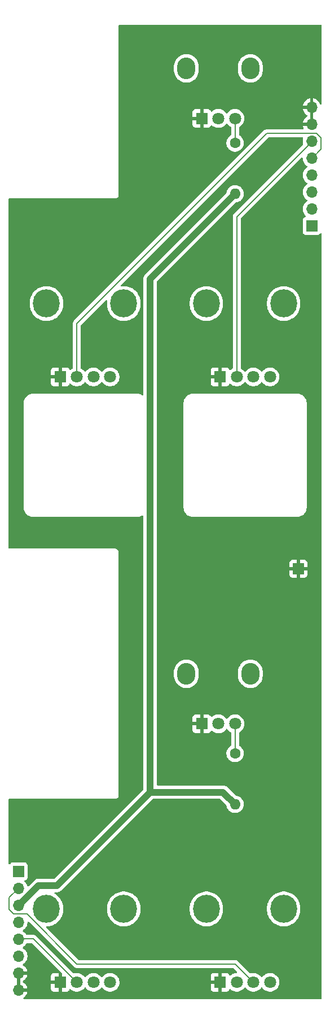
<source format=gbl>
%TF.GenerationSoftware,KiCad,Pcbnew,9.0.0*%
%TF.CreationDate,2025-03-16T11:52:38+01:00*%
%TF.ProjectId,DMH_Transistor_VCA_PCB_Conn,444d485f-5472-4616-9e73-6973746f725f,1*%
%TF.SameCoordinates,Original*%
%TF.FileFunction,Copper,L2,Bot*%
%TF.FilePolarity,Positive*%
%FSLAX46Y46*%
G04 Gerber Fmt 4.6, Leading zero omitted, Abs format (unit mm)*
G04 Created by KiCad (PCBNEW 9.0.0) date 2025-03-16 11:52:38*
%MOMM*%
%LPD*%
G01*
G04 APERTURE LIST*
%TA.AperFunction,ComponentPad*%
%ADD10C,1.600000*%
%TD*%
%TA.AperFunction,ComponentPad*%
%ADD11O,1.600000X1.600000*%
%TD*%
%TA.AperFunction,ComponentPad*%
%ADD12O,4.000000X4.200000*%
%TD*%
%TA.AperFunction,ComponentPad*%
%ADD13C,1.800000*%
%TD*%
%TA.AperFunction,ComponentPad*%
%ADD14R,1.800000X1.800000*%
%TD*%
%TA.AperFunction,ComponentPad*%
%ADD15R,1.700000X1.700000*%
%TD*%
%TA.AperFunction,ComponentPad*%
%ADD16O,2.720000X3.240000*%
%TD*%
%TA.AperFunction,ComponentPad*%
%ADD17O,1.700000X1.700000*%
%TD*%
%TA.AperFunction,Conductor*%
%ADD18C,0.200000*%
%TD*%
%TA.AperFunction,Conductor*%
%ADD19C,1.000000*%
%TD*%
G04 APERTURE END LIST*
D10*
%TO.P,R21,1*%
%TO.N,Net-(R21-Pad1)*%
X85500000Y-71190000D03*
D11*
%TO.P,R21,2*%
%TO.N,+12V*%
X85500000Y-78810000D03*
%TD*%
D12*
%TO.P,RV3,*%
%TO.N,*%
X81200000Y-95250000D03*
D13*
X90750000Y-106250000D03*
D12*
X92800000Y-95250000D03*
D14*
%TO.P,RV3,1,1*%
%TO.N,GND*%
X83250000Y-106250000D03*
D13*
%TO.P,RV3,2,2*%
%TO.N,/Inputs and Outputs/CV 2 A Pot*%
X85750000Y-106250000D03*
%TO.P,RV3,3,3*%
%TO.N,/Inputs and Outputs/CV 2 A Jack*%
X88250000Y-106250000D03*
%TD*%
D12*
%TO.P,RV2,*%
%TO.N,*%
X57200000Y-95250000D03*
D13*
X66750000Y-106250000D03*
D12*
X68800000Y-95250000D03*
D14*
%TO.P,RV2,1,1*%
%TO.N,GND*%
X59250000Y-106250000D03*
D13*
%TO.P,RV2,2,2*%
%TO.N,/Inputs and Outputs/CV 1 A Pot*%
X61750000Y-106250000D03*
%TO.P,RV2,3,3*%
%TO.N,/Inputs and Outputs/CV 1 A Jack*%
X64250000Y-106250000D03*
%TD*%
D15*
%TO.P,J0,1,Pin_1*%
%TO.N,GND*%
X95000000Y-135000000D03*
%TD*%
D12*
%TO.P,RV5,*%
%TO.N,*%
X57200000Y-186000000D03*
D13*
X66750000Y-197000000D03*
D12*
X68800000Y-186000000D03*
D14*
%TO.P,RV5,1,1*%
%TO.N,GND*%
X59250000Y-197000000D03*
D13*
%TO.P,RV5,2,2*%
%TO.N,/Inputs and Outputs/CV 1 B Pot*%
X61750000Y-197000000D03*
%TO.P,RV5,3,3*%
%TO.N,/Inputs and Outputs/CV 1 B Jack*%
X64250000Y-197000000D03*
%TD*%
D10*
%TO.P,R40,1*%
%TO.N,Net-(R40-Pad1)*%
X85500000Y-162690000D03*
D11*
%TO.P,R40,2*%
%TO.N,+12V*%
X85500000Y-170310000D03*
%TD*%
D16*
%TO.P,RV4,*%
%TO.N,*%
X78200000Y-150750000D03*
X87800000Y-150750000D03*
D14*
%TO.P,RV4,1,1*%
%TO.N,GND*%
X80500000Y-158250000D03*
D13*
%TO.P,RV4,2,2*%
%TO.N,/Inputs and Outputs/Offset B Pot*%
X83000000Y-158250000D03*
%TO.P,RV4,3,3*%
%TO.N,Net-(R40-Pad1)*%
X85500000Y-158250000D03*
%TD*%
D12*
%TO.P,RV6,*%
%TO.N,*%
X81200000Y-186000000D03*
D13*
X90750000Y-197000000D03*
D12*
X92800000Y-186000000D03*
D14*
%TO.P,RV6,1,1*%
%TO.N,GND*%
X83250000Y-197000000D03*
D13*
%TO.P,RV6,2,2*%
%TO.N,/Inputs and Outputs/CV 2 B Pot*%
X85750000Y-197000000D03*
%TO.P,RV6,3,3*%
%TO.N,/Inputs and Outputs/CV 2 B Jack*%
X88250000Y-197000000D03*
%TD*%
D16*
%TO.P,RV1,*%
%TO.N,*%
X78200000Y-60000000D03*
X87800000Y-60000000D03*
D14*
%TO.P,RV1,1,1*%
%TO.N,GND*%
X80500000Y-67500000D03*
D13*
%TO.P,RV1,2,2*%
%TO.N,/Inputs and Outputs/Offset A Pot*%
X83000000Y-67500000D03*
%TO.P,RV1,3,3*%
%TO.N,Net-(R21-Pad1)*%
X85500000Y-67500000D03*
%TD*%
D15*
%TO.P,J60,1,Pin_1*%
%TO.N,/Inputs and Outputs/CV 1 B Jack*%
X53000000Y-180375000D03*
D17*
%TO.P,J60,2,Pin_2*%
%TO.N,/Inputs and Outputs/CV 2 B Jack*%
X53000000Y-182915000D03*
%TO.P,J60,3,Pin_3*%
%TO.N,+12V*%
X53000000Y-185455000D03*
%TO.P,J60,4,Pin_4*%
%TO.N,/Inputs and Outputs/Offset B Pot*%
X53000000Y-187995000D03*
%TO.P,J60,5,Pin_5*%
%TO.N,/Inputs and Outputs/CV 1 B Pot*%
X53000000Y-190535000D03*
%TO.P,J60,6,Pin_6*%
%TO.N,/Inputs and Outputs/CV 2 B Pot*%
X53000000Y-193075000D03*
%TO.P,J60,7,Pin_7*%
%TO.N,GND*%
X53000000Y-195615000D03*
%TO.P,J60,8,Pin_8*%
X53000000Y-198155000D03*
%TD*%
D15*
%TO.P,J50,1,Pin_1*%
%TO.N,/Inputs and Outputs/CV 1 A Jack*%
X97000000Y-83620000D03*
D17*
%TO.P,J50,2,Pin_2*%
%TO.N,/Inputs and Outputs/CV 2 A Jack*%
X97000000Y-81080000D03*
%TO.P,J50,3,Pin_3*%
%TO.N,+12V*%
X97000000Y-78540000D03*
%TO.P,J50,4,Pin_4*%
%TO.N,/Inputs and Outputs/Offset A Pot*%
X97000000Y-76000000D03*
%TO.P,J50,5,Pin_5*%
%TO.N,/Inputs and Outputs/CV 1 A Pot*%
X97000000Y-73460000D03*
%TO.P,J50,6,Pin_6*%
%TO.N,/Inputs and Outputs/CV 2 A Pot*%
X97000000Y-70920000D03*
%TO.P,J50,7,Pin_7*%
%TO.N,GND*%
X97000000Y-68380000D03*
%TO.P,J50,8,Pin_8*%
X97000000Y-65840000D03*
%TD*%
D18*
%TO.N,/Inputs and Outputs/CV 2 B Jack*%
X53000000Y-182915000D02*
X51600000Y-184315000D01*
X85500000Y-194250000D02*
X88250000Y-197000000D01*
X61750000Y-194250000D02*
X85500000Y-194250000D01*
X51600000Y-186100000D02*
X52250000Y-186750000D01*
X51600000Y-184315000D02*
X51600000Y-186100000D01*
X52250000Y-186750000D02*
X54250000Y-186750000D01*
X54250000Y-186750000D02*
X61750000Y-194250000D01*
%TO.N,/Inputs and Outputs/CV 1 A Pot*%
X98400000Y-70400000D02*
X98400000Y-72140000D01*
X97750000Y-69750000D02*
X98400000Y-70400000D01*
X61750000Y-106250000D02*
X61750000Y-98250000D01*
X90250000Y-69750000D02*
X97750000Y-69750000D01*
X61750000Y-98250000D02*
X90250000Y-69750000D01*
X98400000Y-72140000D02*
X97000000Y-73540000D01*
%TO.N,/Inputs and Outputs/CV 2 A Pot*%
X85750000Y-82250000D02*
X85750000Y-106250000D01*
X97000000Y-71000000D02*
X85750000Y-82250000D01*
%TO.N,/Inputs and Outputs/CV 1 B Pot*%
X55255000Y-190505000D02*
X61750000Y-197000000D01*
X53000000Y-190505000D02*
X55255000Y-190505000D01*
D19*
%TO.N,+12V*%
X53075000Y-185425000D02*
X53000000Y-185425000D01*
X58750000Y-182500000D02*
X56000000Y-182500000D01*
X56000000Y-182500000D02*
X53075000Y-185425000D01*
X72750000Y-168500000D02*
X58750000Y-182500000D01*
X72750000Y-91560000D02*
X72750000Y-165675000D01*
X72750000Y-168500000D02*
X83690000Y-168500000D01*
X83690000Y-168500000D02*
X85500000Y-170310000D01*
X72750000Y-165675000D02*
X72750000Y-168500000D01*
X96810000Y-78810000D02*
X97000000Y-78620000D01*
X85500000Y-78810000D02*
X72750000Y-91560000D01*
D18*
%TO.N,Net-(R21-Pad1)*%
X85500000Y-71190000D02*
X85500000Y-67500000D01*
%TO.N,Net-(R40-Pad1)*%
X85500000Y-162690000D02*
X85500000Y-158250000D01*
%TD*%
%TA.AperFunction,Conductor*%
%TO.N,GND*%
G36*
X98442539Y-53520185D02*
G01*
X98488294Y-53572989D01*
X98499500Y-53624500D01*
X98499500Y-65303388D01*
X98479815Y-65370427D01*
X98427011Y-65416182D01*
X98357853Y-65426126D01*
X98294297Y-65397101D01*
X98257569Y-65341706D01*
X98251095Y-65321782D01*
X98154620Y-65132442D01*
X98029727Y-64960540D01*
X98029723Y-64960535D01*
X97879464Y-64810276D01*
X97879459Y-64810272D01*
X97707557Y-64685379D01*
X97518215Y-64588903D01*
X97316124Y-64523241D01*
X97250000Y-64512768D01*
X97250000Y-65406988D01*
X97192993Y-65374075D01*
X97065826Y-65340000D01*
X96934174Y-65340000D01*
X96807007Y-65374075D01*
X96750000Y-65406988D01*
X96750000Y-64512768D01*
X96749999Y-64512768D01*
X96683875Y-64523241D01*
X96481784Y-64588903D01*
X96292442Y-64685379D01*
X96120540Y-64810272D01*
X96120535Y-64810276D01*
X95970276Y-64960535D01*
X95970272Y-64960540D01*
X95845379Y-65132442D01*
X95748904Y-65321782D01*
X95683242Y-65523870D01*
X95683242Y-65523873D01*
X95672769Y-65590000D01*
X96566988Y-65590000D01*
X96534075Y-65647007D01*
X96500000Y-65774174D01*
X96500000Y-65905826D01*
X96534075Y-66032993D01*
X96566988Y-66090000D01*
X95672769Y-66090000D01*
X95683242Y-66156126D01*
X95683242Y-66156129D01*
X95748904Y-66358217D01*
X95845379Y-66547557D01*
X95970272Y-66719459D01*
X95970276Y-66719464D01*
X96120535Y-66869723D01*
X96120540Y-66869727D01*
X96292444Y-66994622D01*
X96302048Y-66999516D01*
X96352844Y-67047491D01*
X96369638Y-67115312D01*
X96347100Y-67181447D01*
X96302048Y-67220484D01*
X96292444Y-67225377D01*
X96120540Y-67350272D01*
X96120535Y-67350276D01*
X95970276Y-67500535D01*
X95970272Y-67500540D01*
X95845379Y-67672442D01*
X95748904Y-67861782D01*
X95683242Y-68063870D01*
X95683242Y-68063873D01*
X95672769Y-68130000D01*
X96566988Y-68130000D01*
X96534075Y-68187007D01*
X96500000Y-68314174D01*
X96500000Y-68445826D01*
X96534075Y-68572993D01*
X96566988Y-68630000D01*
X95672769Y-68630000D01*
X95683242Y-68696126D01*
X95683242Y-68696129D01*
X95748904Y-68898217D01*
X95785075Y-68969205D01*
X95797971Y-69037874D01*
X95771695Y-69102614D01*
X95714589Y-69142872D01*
X95674590Y-69149500D01*
X90336670Y-69149500D01*
X90336654Y-69149499D01*
X90329058Y-69149499D01*
X90170943Y-69149499D01*
X90094579Y-69169961D01*
X90018214Y-69190423D01*
X90018209Y-69190426D01*
X89881290Y-69269475D01*
X89881282Y-69269481D01*
X61269481Y-97881282D01*
X61269479Y-97881285D01*
X61219361Y-97968094D01*
X61219359Y-97968096D01*
X61190425Y-98018209D01*
X61190424Y-98018210D01*
X61190423Y-98018215D01*
X61149499Y-98170943D01*
X61149499Y-98170945D01*
X61149499Y-98339046D01*
X61149500Y-98339059D01*
X61149500Y-104908164D01*
X61129815Y-104975203D01*
X61081796Y-105018648D01*
X61015976Y-105052185D01*
X60837641Y-105181752D01*
X60837635Y-105181757D01*
X60816207Y-105203185D01*
X60754884Y-105236669D01*
X60685192Y-105231683D01*
X60629259Y-105189810D01*
X60612346Y-105158834D01*
X60593355Y-105107915D01*
X60593350Y-105107906D01*
X60507190Y-104992812D01*
X60507187Y-104992809D01*
X60392093Y-104906649D01*
X60392086Y-104906645D01*
X60257379Y-104856403D01*
X60257372Y-104856401D01*
X60197844Y-104850000D01*
X59500000Y-104850000D01*
X59500000Y-105816988D01*
X59442993Y-105784075D01*
X59315826Y-105750000D01*
X59184174Y-105750000D01*
X59057007Y-105784075D01*
X59000000Y-105816988D01*
X59000000Y-104850000D01*
X58302155Y-104850000D01*
X58242627Y-104856401D01*
X58242620Y-104856403D01*
X58107913Y-104906645D01*
X58107906Y-104906649D01*
X57992812Y-104992809D01*
X57992809Y-104992812D01*
X57906649Y-105107906D01*
X57906645Y-105107913D01*
X57856403Y-105242620D01*
X57856401Y-105242627D01*
X57850000Y-105302155D01*
X57850000Y-106000000D01*
X58816988Y-106000000D01*
X58784075Y-106057007D01*
X58750000Y-106184174D01*
X58750000Y-106315826D01*
X58784075Y-106442993D01*
X58816988Y-106500000D01*
X57850000Y-106500000D01*
X57850000Y-107197844D01*
X57856401Y-107257372D01*
X57856403Y-107257379D01*
X57906645Y-107392086D01*
X57906649Y-107392093D01*
X57992809Y-107507187D01*
X57992812Y-107507190D01*
X58107906Y-107593350D01*
X58107913Y-107593354D01*
X58242620Y-107643596D01*
X58242627Y-107643598D01*
X58302155Y-107649999D01*
X58302172Y-107650000D01*
X59000000Y-107650000D01*
X59000000Y-106683012D01*
X59057007Y-106715925D01*
X59184174Y-106750000D01*
X59315826Y-106750000D01*
X59442993Y-106715925D01*
X59500000Y-106683012D01*
X59500000Y-107650000D01*
X60197828Y-107650000D01*
X60197844Y-107649999D01*
X60257372Y-107643598D01*
X60257379Y-107643596D01*
X60392086Y-107593354D01*
X60392093Y-107593350D01*
X60507187Y-107507190D01*
X60507190Y-107507187D01*
X60593350Y-107392093D01*
X60593353Y-107392088D01*
X60612345Y-107341166D01*
X60654215Y-107285232D01*
X60719679Y-107260813D01*
X60787952Y-107275663D01*
X60816209Y-107296816D01*
X60837636Y-107318243D01*
X60837641Y-107318247D01*
X60993192Y-107431260D01*
X61015978Y-107447815D01*
X61132501Y-107507187D01*
X61212393Y-107547895D01*
X61212396Y-107547896D01*
X61317221Y-107581955D01*
X61422049Y-107616015D01*
X61639778Y-107650500D01*
X61639779Y-107650500D01*
X61860221Y-107650500D01*
X61860222Y-107650500D01*
X62077951Y-107616015D01*
X62287606Y-107547895D01*
X62484022Y-107447815D01*
X62662365Y-107318242D01*
X62818242Y-107162365D01*
X62899682Y-107050270D01*
X62955011Y-107007606D01*
X63024624Y-107001627D01*
X63086420Y-107034232D01*
X63100313Y-107050265D01*
X63181753Y-107162358D01*
X63181758Y-107162365D01*
X63337636Y-107318243D01*
X63337641Y-107318247D01*
X63493192Y-107431260D01*
X63515978Y-107447815D01*
X63632501Y-107507187D01*
X63712393Y-107547895D01*
X63712396Y-107547896D01*
X63817221Y-107581955D01*
X63922049Y-107616015D01*
X64139778Y-107650500D01*
X64139779Y-107650500D01*
X64360221Y-107650500D01*
X64360222Y-107650500D01*
X64577951Y-107616015D01*
X64787606Y-107547895D01*
X64984022Y-107447815D01*
X65162365Y-107318242D01*
X65318242Y-107162365D01*
X65399682Y-107050270D01*
X65455011Y-107007606D01*
X65524624Y-107001627D01*
X65586420Y-107034232D01*
X65600313Y-107050265D01*
X65681753Y-107162358D01*
X65681758Y-107162365D01*
X65837636Y-107318243D01*
X65837641Y-107318247D01*
X65993192Y-107431260D01*
X66015978Y-107447815D01*
X66132501Y-107507187D01*
X66212393Y-107547895D01*
X66212396Y-107547896D01*
X66317221Y-107581955D01*
X66422049Y-107616015D01*
X66639778Y-107650500D01*
X66639779Y-107650500D01*
X66860221Y-107650500D01*
X66860222Y-107650500D01*
X67077951Y-107616015D01*
X67287606Y-107547895D01*
X67484022Y-107447815D01*
X67662365Y-107318242D01*
X67818242Y-107162365D01*
X67947815Y-106984022D01*
X68047895Y-106787606D01*
X68116015Y-106577951D01*
X68150500Y-106360222D01*
X68150500Y-106139778D01*
X68116015Y-105922049D01*
X68047895Y-105712394D01*
X68047895Y-105712393D01*
X68013237Y-105644375D01*
X67947815Y-105515978D01*
X67899681Y-105449727D01*
X67818247Y-105337641D01*
X67818243Y-105337636D01*
X67662363Y-105181756D01*
X67662358Y-105181752D01*
X67484025Y-105052187D01*
X67484024Y-105052186D01*
X67484022Y-105052185D01*
X67418203Y-105018648D01*
X67287606Y-104952104D01*
X67287603Y-104952103D01*
X67077952Y-104883985D01*
X66969086Y-104866742D01*
X66860222Y-104849500D01*
X66639778Y-104849500D01*
X66567201Y-104860995D01*
X66422047Y-104883985D01*
X66212396Y-104952103D01*
X66212393Y-104952104D01*
X66015974Y-105052187D01*
X65837641Y-105181752D01*
X65837636Y-105181756D01*
X65681756Y-105337636D01*
X65681752Y-105337641D01*
X65600318Y-105449727D01*
X65544989Y-105492393D01*
X65475375Y-105498372D01*
X65413580Y-105465767D01*
X65399682Y-105449727D01*
X65318247Y-105337641D01*
X65318243Y-105337636D01*
X65162363Y-105181756D01*
X65162358Y-105181752D01*
X64984025Y-105052187D01*
X64984024Y-105052186D01*
X64984022Y-105052185D01*
X64918203Y-105018648D01*
X64787606Y-104952104D01*
X64787603Y-104952103D01*
X64577952Y-104883985D01*
X64469086Y-104866742D01*
X64360222Y-104849500D01*
X64139778Y-104849500D01*
X64067201Y-104860995D01*
X63922047Y-104883985D01*
X63712396Y-104952103D01*
X63712393Y-104952104D01*
X63515974Y-105052187D01*
X63337641Y-105181752D01*
X63337636Y-105181756D01*
X63181756Y-105337636D01*
X63181752Y-105337641D01*
X63100318Y-105449727D01*
X63044989Y-105492393D01*
X62975375Y-105498372D01*
X62913580Y-105465767D01*
X62899682Y-105449727D01*
X62818247Y-105337641D01*
X62818243Y-105337636D01*
X62662363Y-105181756D01*
X62662358Y-105181752D01*
X62484023Y-105052185D01*
X62418204Y-105018648D01*
X62367409Y-104970674D01*
X62350500Y-104908164D01*
X62350500Y-98550096D01*
X62370185Y-98483057D01*
X62386814Y-98462420D01*
X66107312Y-94741921D01*
X66168635Y-94708437D01*
X66238327Y-94713421D01*
X66294260Y-94755293D01*
X66318677Y-94820757D01*
X66318213Y-94843486D01*
X66299500Y-95009568D01*
X66299500Y-95490431D01*
X66330942Y-95769494D01*
X66330945Y-95769512D01*
X66393439Y-96043317D01*
X66393443Y-96043329D01*
X66486200Y-96308411D01*
X66608053Y-96561442D01*
X66608055Y-96561445D01*
X66757477Y-96799248D01*
X66932584Y-97018825D01*
X67131175Y-97217416D01*
X67350752Y-97392523D01*
X67588555Y-97541945D01*
X67841592Y-97663801D01*
X68040680Y-97733465D01*
X68106670Y-97756556D01*
X68106682Y-97756560D01*
X68380491Y-97819055D01*
X68380497Y-97819055D01*
X68380505Y-97819057D01*
X68566547Y-97840018D01*
X68659569Y-97850499D01*
X68659572Y-97850500D01*
X68659575Y-97850500D01*
X68940428Y-97850500D01*
X68940429Y-97850499D01*
X69083055Y-97834429D01*
X69219494Y-97819057D01*
X69219499Y-97819056D01*
X69219509Y-97819055D01*
X69493318Y-97756560D01*
X69758408Y-97663801D01*
X70011445Y-97541945D01*
X70249248Y-97392523D01*
X70468825Y-97217416D01*
X70667416Y-97018825D01*
X70842523Y-96799248D01*
X70991945Y-96561445D01*
X71113801Y-96308408D01*
X71206560Y-96043318D01*
X71269055Y-95769509D01*
X71300500Y-95490425D01*
X71300500Y-95009575D01*
X71290018Y-94916547D01*
X71269057Y-94730505D01*
X71269054Y-94730487D01*
X71206560Y-94456682D01*
X71206556Y-94456670D01*
X71183465Y-94390680D01*
X71113801Y-94191592D01*
X70991945Y-93938555D01*
X70842523Y-93700752D01*
X70667416Y-93481175D01*
X70468825Y-93282584D01*
X70249248Y-93107477D01*
X70011445Y-92958055D01*
X70011442Y-92958053D01*
X69758411Y-92836200D01*
X69493329Y-92743443D01*
X69493317Y-92743439D01*
X69219512Y-92680945D01*
X69219494Y-92680942D01*
X68940431Y-92649500D01*
X68940425Y-92649500D01*
X68659575Y-92649500D01*
X68659568Y-92649500D01*
X68493485Y-92668213D01*
X68424663Y-92656158D01*
X68373284Y-92608809D01*
X68355660Y-92541199D01*
X68377387Y-92474793D01*
X68391915Y-92457318D01*
X90462417Y-70386819D01*
X90523740Y-70353334D01*
X90550098Y-70350500D01*
X95594371Y-70350500D01*
X95661410Y-70370185D01*
X95707165Y-70422989D01*
X95717109Y-70492147D01*
X95712302Y-70512818D01*
X95682753Y-70603759D01*
X95649500Y-70813713D01*
X95649500Y-71026286D01*
X95682753Y-71236240D01*
X95716110Y-71338903D01*
X95718105Y-71408745D01*
X95685860Y-71464902D01*
X85381286Y-81769478D01*
X85269481Y-81881282D01*
X85269477Y-81881287D01*
X85224154Y-81959791D01*
X85224154Y-81959792D01*
X85190423Y-82018214D01*
X85190423Y-82018215D01*
X85149499Y-82170943D01*
X85149499Y-82170945D01*
X85149499Y-82339046D01*
X85149500Y-82339059D01*
X85149500Y-104908164D01*
X85129815Y-104975203D01*
X85081796Y-105018648D01*
X85015976Y-105052185D01*
X84837641Y-105181752D01*
X84837635Y-105181757D01*
X84816207Y-105203185D01*
X84754884Y-105236669D01*
X84685192Y-105231683D01*
X84629259Y-105189810D01*
X84612346Y-105158834D01*
X84593355Y-105107915D01*
X84593350Y-105107906D01*
X84507190Y-104992812D01*
X84507187Y-104992809D01*
X84392093Y-104906649D01*
X84392086Y-104906645D01*
X84257379Y-104856403D01*
X84257372Y-104856401D01*
X84197844Y-104850000D01*
X83500000Y-104850000D01*
X83500000Y-105816988D01*
X83442993Y-105784075D01*
X83315826Y-105750000D01*
X83184174Y-105750000D01*
X83057007Y-105784075D01*
X83000000Y-105816988D01*
X83000000Y-104850000D01*
X82302155Y-104850000D01*
X82242627Y-104856401D01*
X82242620Y-104856403D01*
X82107913Y-104906645D01*
X82107906Y-104906649D01*
X81992812Y-104992809D01*
X81992809Y-104992812D01*
X81906649Y-105107906D01*
X81906645Y-105107913D01*
X81856403Y-105242620D01*
X81856401Y-105242627D01*
X81850000Y-105302155D01*
X81850000Y-106000000D01*
X82816988Y-106000000D01*
X82784075Y-106057007D01*
X82750000Y-106184174D01*
X82750000Y-106315826D01*
X82784075Y-106442993D01*
X82816988Y-106500000D01*
X81850000Y-106500000D01*
X81850000Y-107197844D01*
X81856401Y-107257372D01*
X81856403Y-107257379D01*
X81906645Y-107392086D01*
X81906649Y-107392093D01*
X81992809Y-107507187D01*
X81992812Y-107507190D01*
X82107906Y-107593350D01*
X82107913Y-107593354D01*
X82242620Y-107643596D01*
X82242627Y-107643598D01*
X82302155Y-107649999D01*
X82302172Y-107650000D01*
X83000000Y-107650000D01*
X83000000Y-106683012D01*
X83057007Y-106715925D01*
X83184174Y-106750000D01*
X83315826Y-106750000D01*
X83442993Y-106715925D01*
X83500000Y-106683012D01*
X83500000Y-107650000D01*
X84197828Y-107650000D01*
X84197844Y-107649999D01*
X84257372Y-107643598D01*
X84257379Y-107643596D01*
X84392086Y-107593354D01*
X84392093Y-107593350D01*
X84507187Y-107507190D01*
X84507190Y-107507187D01*
X84593350Y-107392093D01*
X84593353Y-107392088D01*
X84612345Y-107341166D01*
X84654215Y-107285232D01*
X84719679Y-107260813D01*
X84787952Y-107275663D01*
X84816209Y-107296816D01*
X84837636Y-107318243D01*
X84837641Y-107318247D01*
X84993192Y-107431260D01*
X85015978Y-107447815D01*
X85132501Y-107507187D01*
X85212393Y-107547895D01*
X85212396Y-107547896D01*
X85317221Y-107581955D01*
X85422049Y-107616015D01*
X85639778Y-107650500D01*
X85639779Y-107650500D01*
X85860221Y-107650500D01*
X85860222Y-107650500D01*
X86077951Y-107616015D01*
X86287606Y-107547895D01*
X86484022Y-107447815D01*
X86662365Y-107318242D01*
X86818242Y-107162365D01*
X86899682Y-107050270D01*
X86955011Y-107007606D01*
X87024624Y-107001627D01*
X87086420Y-107034232D01*
X87100313Y-107050265D01*
X87181753Y-107162358D01*
X87181758Y-107162365D01*
X87337636Y-107318243D01*
X87337641Y-107318247D01*
X87493192Y-107431260D01*
X87515978Y-107447815D01*
X87632501Y-107507187D01*
X87712393Y-107547895D01*
X87712396Y-107547896D01*
X87817221Y-107581955D01*
X87922049Y-107616015D01*
X88139778Y-107650500D01*
X88139779Y-107650500D01*
X88360221Y-107650500D01*
X88360222Y-107650500D01*
X88577951Y-107616015D01*
X88787606Y-107547895D01*
X88984022Y-107447815D01*
X89162365Y-107318242D01*
X89318242Y-107162365D01*
X89399682Y-107050270D01*
X89455011Y-107007606D01*
X89524624Y-107001627D01*
X89586420Y-107034232D01*
X89600313Y-107050265D01*
X89681753Y-107162358D01*
X89681758Y-107162365D01*
X89837636Y-107318243D01*
X89837641Y-107318247D01*
X89993192Y-107431260D01*
X90015978Y-107447815D01*
X90132501Y-107507187D01*
X90212393Y-107547895D01*
X90212396Y-107547896D01*
X90317221Y-107581955D01*
X90422049Y-107616015D01*
X90639778Y-107650500D01*
X90639779Y-107650500D01*
X90860221Y-107650500D01*
X90860222Y-107650500D01*
X91077951Y-107616015D01*
X91287606Y-107547895D01*
X91484022Y-107447815D01*
X91662365Y-107318242D01*
X91818242Y-107162365D01*
X91947815Y-106984022D01*
X92047895Y-106787606D01*
X92116015Y-106577951D01*
X92150500Y-106360222D01*
X92150500Y-106139778D01*
X92116015Y-105922049D01*
X92047895Y-105712394D01*
X92047895Y-105712393D01*
X92013237Y-105644375D01*
X91947815Y-105515978D01*
X91899681Y-105449727D01*
X91818247Y-105337641D01*
X91818243Y-105337636D01*
X91662363Y-105181756D01*
X91662358Y-105181752D01*
X91484025Y-105052187D01*
X91484024Y-105052186D01*
X91484022Y-105052185D01*
X91418203Y-105018648D01*
X91287606Y-104952104D01*
X91287603Y-104952103D01*
X91077952Y-104883985D01*
X90969086Y-104866742D01*
X90860222Y-104849500D01*
X90639778Y-104849500D01*
X90567201Y-104860995D01*
X90422047Y-104883985D01*
X90212396Y-104952103D01*
X90212393Y-104952104D01*
X90015974Y-105052187D01*
X89837641Y-105181752D01*
X89837636Y-105181756D01*
X89681756Y-105337636D01*
X89681752Y-105337641D01*
X89600318Y-105449727D01*
X89544989Y-105492393D01*
X89475375Y-105498372D01*
X89413580Y-105465767D01*
X89399682Y-105449727D01*
X89318247Y-105337641D01*
X89318243Y-105337636D01*
X89162363Y-105181756D01*
X89162358Y-105181752D01*
X88984025Y-105052187D01*
X88984024Y-105052186D01*
X88984022Y-105052185D01*
X88918203Y-105018648D01*
X88787606Y-104952104D01*
X88787603Y-104952103D01*
X88577952Y-104883985D01*
X88469086Y-104866742D01*
X88360222Y-104849500D01*
X88139778Y-104849500D01*
X88067201Y-104860995D01*
X87922047Y-104883985D01*
X87712396Y-104952103D01*
X87712393Y-104952104D01*
X87515974Y-105052187D01*
X87337641Y-105181752D01*
X87337636Y-105181756D01*
X87181756Y-105337636D01*
X87181752Y-105337641D01*
X87100318Y-105449727D01*
X87044989Y-105492393D01*
X86975375Y-105498372D01*
X86913580Y-105465767D01*
X86899682Y-105449727D01*
X86818247Y-105337641D01*
X86818243Y-105337636D01*
X86662363Y-105181756D01*
X86662358Y-105181752D01*
X86484023Y-105052185D01*
X86418204Y-105018648D01*
X86367409Y-104970674D01*
X86350500Y-104908164D01*
X86350500Y-95009568D01*
X90299500Y-95009568D01*
X90299500Y-95490431D01*
X90330942Y-95769494D01*
X90330945Y-95769512D01*
X90393439Y-96043317D01*
X90393443Y-96043329D01*
X90486200Y-96308411D01*
X90608053Y-96561442D01*
X90608055Y-96561445D01*
X90757477Y-96799248D01*
X90932584Y-97018825D01*
X91131175Y-97217416D01*
X91350752Y-97392523D01*
X91588555Y-97541945D01*
X91841592Y-97663801D01*
X92040680Y-97733465D01*
X92106670Y-97756556D01*
X92106682Y-97756560D01*
X92380491Y-97819055D01*
X92380497Y-97819055D01*
X92380505Y-97819057D01*
X92566547Y-97840018D01*
X92659569Y-97850499D01*
X92659572Y-97850500D01*
X92659575Y-97850500D01*
X92940428Y-97850500D01*
X92940429Y-97850499D01*
X93083055Y-97834429D01*
X93219494Y-97819057D01*
X93219499Y-97819056D01*
X93219509Y-97819055D01*
X93493318Y-97756560D01*
X93758408Y-97663801D01*
X94011445Y-97541945D01*
X94249248Y-97392523D01*
X94468825Y-97217416D01*
X94667416Y-97018825D01*
X94842523Y-96799248D01*
X94991945Y-96561445D01*
X95113801Y-96308408D01*
X95206560Y-96043318D01*
X95269055Y-95769509D01*
X95300500Y-95490425D01*
X95300500Y-95009575D01*
X95290018Y-94916547D01*
X95269057Y-94730505D01*
X95269054Y-94730487D01*
X95206560Y-94456682D01*
X95206556Y-94456670D01*
X95183465Y-94390680D01*
X95113801Y-94191592D01*
X94991945Y-93938555D01*
X94842523Y-93700752D01*
X94667416Y-93481175D01*
X94468825Y-93282584D01*
X94249248Y-93107477D01*
X94011445Y-92958055D01*
X94011442Y-92958053D01*
X93758411Y-92836200D01*
X93493329Y-92743443D01*
X93493317Y-92743439D01*
X93219512Y-92680945D01*
X93219494Y-92680942D01*
X92940431Y-92649500D01*
X92940425Y-92649500D01*
X92659575Y-92649500D01*
X92659568Y-92649500D01*
X92380505Y-92680942D01*
X92380487Y-92680945D01*
X92106682Y-92743439D01*
X92106670Y-92743443D01*
X91841588Y-92836200D01*
X91588557Y-92958053D01*
X91350753Y-93107476D01*
X91131175Y-93282583D01*
X90932583Y-93481175D01*
X90757476Y-93700753D01*
X90608053Y-93938557D01*
X90486200Y-94191588D01*
X90393443Y-94456670D01*
X90393439Y-94456682D01*
X90330945Y-94730487D01*
X90330942Y-94730505D01*
X90299500Y-95009568D01*
X86350500Y-95009568D01*
X86350500Y-82550097D01*
X86370185Y-82483058D01*
X86386819Y-82462416D01*
X95437819Y-73411416D01*
X95499142Y-73377931D01*
X95568834Y-73382915D01*
X95624767Y-73424787D01*
X95649184Y-73490251D01*
X95649500Y-73499097D01*
X95649500Y-73566287D01*
X95682754Y-73776243D01*
X95734075Y-73934193D01*
X95748444Y-73978414D01*
X95844951Y-74167820D01*
X95969890Y-74339786D01*
X96120213Y-74490109D01*
X96292182Y-74615050D01*
X96300946Y-74619516D01*
X96351742Y-74667491D01*
X96368536Y-74735312D01*
X96345998Y-74801447D01*
X96300946Y-74840484D01*
X96292182Y-74844949D01*
X96120213Y-74969890D01*
X95969890Y-75120213D01*
X95844951Y-75292179D01*
X95748444Y-75481585D01*
X95682753Y-75683760D01*
X95649500Y-75893713D01*
X95649500Y-76106287D01*
X95682754Y-76316243D01*
X95734075Y-76474193D01*
X95748444Y-76518414D01*
X95844951Y-76707820D01*
X95969890Y-76879786D01*
X96120213Y-77030109D01*
X96292182Y-77155050D01*
X96300946Y-77159516D01*
X96351742Y-77207491D01*
X96368536Y-77275312D01*
X96345998Y-77341447D01*
X96300946Y-77380484D01*
X96292182Y-77384949D01*
X96120213Y-77509890D01*
X95969890Y-77660213D01*
X95844951Y-77832179D01*
X95748444Y-78021585D01*
X95682753Y-78223760D01*
X95649500Y-78433713D01*
X95649500Y-78646287D01*
X95682754Y-78856243D01*
X95734075Y-79014193D01*
X95748444Y-79058414D01*
X95844951Y-79247820D01*
X95969890Y-79419786D01*
X96120213Y-79570109D01*
X96292182Y-79695050D01*
X96300946Y-79699516D01*
X96351742Y-79747491D01*
X96368536Y-79815312D01*
X96345998Y-79881447D01*
X96300946Y-79920484D01*
X96292182Y-79924949D01*
X96120213Y-80049890D01*
X95969890Y-80200213D01*
X95844951Y-80372179D01*
X95748444Y-80561585D01*
X95682753Y-80763760D01*
X95649500Y-80973713D01*
X95649500Y-81186287D01*
X95682754Y-81396243D01*
X95734075Y-81554193D01*
X95748444Y-81598414D01*
X95844951Y-81787820D01*
X95969890Y-81959786D01*
X96083430Y-82073326D01*
X96116915Y-82134649D01*
X96111931Y-82204341D01*
X96070059Y-82260274D01*
X96039083Y-82277189D01*
X95907669Y-82326203D01*
X95907664Y-82326206D01*
X95792455Y-82412452D01*
X95792452Y-82412455D01*
X95706206Y-82527664D01*
X95706202Y-82527671D01*
X95655908Y-82662517D01*
X95649501Y-82722116D01*
X95649500Y-82722135D01*
X95649500Y-84517870D01*
X95649501Y-84517876D01*
X95655908Y-84577483D01*
X95706202Y-84712328D01*
X95706206Y-84712335D01*
X95792452Y-84827544D01*
X95792455Y-84827547D01*
X95907664Y-84913793D01*
X95907671Y-84913797D01*
X96042517Y-84964091D01*
X96042516Y-84964091D01*
X96049444Y-84964835D01*
X96102127Y-84970500D01*
X97897872Y-84970499D01*
X97957483Y-84964091D01*
X98092331Y-84913796D01*
X98207546Y-84827546D01*
X98276234Y-84735789D01*
X98332167Y-84693920D01*
X98401859Y-84688936D01*
X98463182Y-84722421D01*
X98496666Y-84783745D01*
X98499500Y-84810102D01*
X98499500Y-199375500D01*
X98479815Y-199442539D01*
X98427011Y-199488294D01*
X98375500Y-199499500D01*
X53827844Y-199499500D01*
X53760805Y-199479815D01*
X53715050Y-199427011D01*
X53705106Y-199357853D01*
X53734131Y-199294297D01*
X53754959Y-199275182D01*
X53879459Y-199184727D01*
X53879464Y-199184723D01*
X54029723Y-199034464D01*
X54029727Y-199034459D01*
X54154620Y-198862557D01*
X54251095Y-198673217D01*
X54316757Y-198471129D01*
X54316757Y-198471126D01*
X54327231Y-198405000D01*
X53433012Y-198405000D01*
X53465925Y-198347993D01*
X53500000Y-198220826D01*
X53500000Y-198089174D01*
X53465925Y-197962007D01*
X53433012Y-197905000D01*
X54327231Y-197905000D01*
X54316757Y-197838873D01*
X54316757Y-197838870D01*
X54251095Y-197636782D01*
X54154620Y-197447442D01*
X54029728Y-197275541D01*
X54029722Y-197275534D01*
X53879464Y-197125276D01*
X53879459Y-197125272D01*
X53707558Y-197000379D01*
X53697954Y-196995486D01*
X53647157Y-196947512D01*
X53630361Y-196879692D01*
X53652897Y-196813556D01*
X53697954Y-196774514D01*
X53707558Y-196769620D01*
X53879459Y-196644727D01*
X53879464Y-196644723D01*
X54029723Y-196494464D01*
X54029727Y-196494459D01*
X54154620Y-196322557D01*
X54251095Y-196133217D01*
X54290958Y-196010533D01*
X54290958Y-196010532D01*
X54316756Y-195931133D01*
X54316757Y-195931126D01*
X54327231Y-195865000D01*
X53433012Y-195865000D01*
X53465925Y-195807993D01*
X53500000Y-195680826D01*
X53500000Y-195549174D01*
X53465925Y-195422007D01*
X53433012Y-195365000D01*
X54327231Y-195365000D01*
X54316757Y-195298873D01*
X54316757Y-195298870D01*
X54251095Y-195096782D01*
X54154620Y-194907442D01*
X54029727Y-194735540D01*
X54029723Y-194735535D01*
X53879464Y-194585276D01*
X53879459Y-194585272D01*
X53707555Y-194460377D01*
X53698500Y-194455763D01*
X53647706Y-194407788D01*
X53630912Y-194339966D01*
X53653451Y-194273832D01*
X53698508Y-194234793D01*
X53707816Y-194230051D01*
X53787007Y-194172515D01*
X53879786Y-194105109D01*
X53879788Y-194105106D01*
X53879792Y-194105104D01*
X54030104Y-193954792D01*
X54030106Y-193954788D01*
X54030109Y-193954786D01*
X54155048Y-193782820D01*
X54155047Y-193782820D01*
X54155051Y-193782816D01*
X54251557Y-193593412D01*
X54317246Y-193391243D01*
X54350500Y-193181287D01*
X54350500Y-192968713D01*
X54317246Y-192758757D01*
X54251557Y-192556588D01*
X54155051Y-192367184D01*
X54155049Y-192367181D01*
X54155048Y-192367179D01*
X54030109Y-192195213D01*
X53879786Y-192044890D01*
X53707820Y-191919951D01*
X53707115Y-191919591D01*
X53699054Y-191915485D01*
X53648259Y-191867512D01*
X53631463Y-191799692D01*
X53653999Y-191733556D01*
X53699054Y-191694515D01*
X53707816Y-191690051D01*
X53729789Y-191674086D01*
X53879786Y-191565109D01*
X53879788Y-191565106D01*
X53879792Y-191565104D01*
X54030104Y-191414792D01*
X54030106Y-191414788D01*
X54030109Y-191414786D01*
X54155050Y-191242817D01*
X54190521Y-191173204D01*
X54238495Y-191122409D01*
X54301005Y-191105500D01*
X54954903Y-191105500D01*
X55021942Y-191125185D01*
X55042584Y-191141819D01*
X59463681Y-195562916D01*
X59497166Y-195624239D01*
X59500000Y-195650597D01*
X59500000Y-196566988D01*
X59442993Y-196534075D01*
X59315826Y-196500000D01*
X59184174Y-196500000D01*
X59057007Y-196534075D01*
X59000000Y-196566988D01*
X59000000Y-195600000D01*
X58302155Y-195600000D01*
X58242627Y-195606401D01*
X58242620Y-195606403D01*
X58107913Y-195656645D01*
X58107906Y-195656649D01*
X57992812Y-195742809D01*
X57992809Y-195742812D01*
X57906649Y-195857906D01*
X57906645Y-195857913D01*
X57856403Y-195992620D01*
X57856401Y-195992627D01*
X57850000Y-196052155D01*
X57850000Y-196750000D01*
X58816988Y-196750000D01*
X58784075Y-196807007D01*
X58750000Y-196934174D01*
X58750000Y-197065826D01*
X58784075Y-197192993D01*
X58816988Y-197250000D01*
X57850000Y-197250000D01*
X57850000Y-197947844D01*
X57856401Y-198007372D01*
X57856403Y-198007379D01*
X57906645Y-198142086D01*
X57906649Y-198142093D01*
X57992809Y-198257187D01*
X57992812Y-198257190D01*
X58107906Y-198343350D01*
X58107913Y-198343354D01*
X58242620Y-198393596D01*
X58242627Y-198393598D01*
X58302155Y-198399999D01*
X58302172Y-198400000D01*
X59000000Y-198400000D01*
X59000000Y-197433012D01*
X59057007Y-197465925D01*
X59184174Y-197500000D01*
X59315826Y-197500000D01*
X59442993Y-197465925D01*
X59500000Y-197433012D01*
X59500000Y-198400000D01*
X60197828Y-198400000D01*
X60197844Y-198399999D01*
X60257372Y-198393598D01*
X60257379Y-198393596D01*
X60392086Y-198343354D01*
X60392093Y-198343350D01*
X60507187Y-198257190D01*
X60507190Y-198257187D01*
X60593350Y-198142093D01*
X60593353Y-198142088D01*
X60612345Y-198091166D01*
X60654215Y-198035232D01*
X60719679Y-198010813D01*
X60787952Y-198025663D01*
X60816209Y-198046816D01*
X60837636Y-198068243D01*
X60837641Y-198068247D01*
X60957048Y-198155000D01*
X61015978Y-198197815D01*
X61132501Y-198257187D01*
X61212393Y-198297895D01*
X61212396Y-198297896D01*
X61317221Y-198331955D01*
X61422049Y-198366015D01*
X61639778Y-198400500D01*
X61639779Y-198400500D01*
X61860221Y-198400500D01*
X61860222Y-198400500D01*
X62077951Y-198366015D01*
X62287606Y-198297895D01*
X62484022Y-198197815D01*
X62662365Y-198068242D01*
X62818242Y-197912365D01*
X62899682Y-197800270D01*
X62955011Y-197757606D01*
X63024624Y-197751627D01*
X63086420Y-197784232D01*
X63100313Y-197800265D01*
X63176407Y-197905000D01*
X63181758Y-197912365D01*
X63337636Y-198068243D01*
X63337641Y-198068247D01*
X63457048Y-198155000D01*
X63515978Y-198197815D01*
X63632501Y-198257187D01*
X63712393Y-198297895D01*
X63712396Y-198297896D01*
X63817221Y-198331955D01*
X63922049Y-198366015D01*
X64139778Y-198400500D01*
X64139779Y-198400500D01*
X64360221Y-198400500D01*
X64360222Y-198400500D01*
X64577951Y-198366015D01*
X64787606Y-198297895D01*
X64984022Y-198197815D01*
X65162365Y-198068242D01*
X65318242Y-197912365D01*
X65399682Y-197800270D01*
X65455011Y-197757606D01*
X65524624Y-197751627D01*
X65586420Y-197784232D01*
X65600313Y-197800265D01*
X65676407Y-197905000D01*
X65681758Y-197912365D01*
X65837636Y-198068243D01*
X65837641Y-198068247D01*
X65957048Y-198155000D01*
X66015978Y-198197815D01*
X66132501Y-198257187D01*
X66212393Y-198297895D01*
X66212396Y-198297896D01*
X66317221Y-198331955D01*
X66422049Y-198366015D01*
X66639778Y-198400500D01*
X66639779Y-198400500D01*
X66860221Y-198400500D01*
X66860222Y-198400500D01*
X67077951Y-198366015D01*
X67287606Y-198297895D01*
X67484022Y-198197815D01*
X67662365Y-198068242D01*
X67818242Y-197912365D01*
X67947815Y-197734022D01*
X68047895Y-197537606D01*
X68116015Y-197327951D01*
X68131808Y-197228233D01*
X68139569Y-197179240D01*
X68139569Y-197179239D01*
X68150500Y-197110222D01*
X68150500Y-196889778D01*
X68116015Y-196672049D01*
X68058315Y-196494464D01*
X68047896Y-196462396D01*
X68047895Y-196462393D01*
X67947815Y-196265978D01*
X67843018Y-196121736D01*
X67843017Y-196121735D01*
X67818243Y-196087636D01*
X67662363Y-195931756D01*
X67662358Y-195931752D01*
X67484025Y-195802187D01*
X67484024Y-195802186D01*
X67484022Y-195802185D01*
X67421096Y-195770122D01*
X67287606Y-195702104D01*
X67287603Y-195702103D01*
X67077952Y-195633985D01*
X66958085Y-195615000D01*
X66860222Y-195599500D01*
X66639778Y-195599500D01*
X66567201Y-195610995D01*
X66422047Y-195633985D01*
X66212396Y-195702103D01*
X66212393Y-195702104D01*
X66015974Y-195802187D01*
X65837641Y-195931752D01*
X65837636Y-195931756D01*
X65681756Y-196087636D01*
X65681752Y-196087641D01*
X65600318Y-196199727D01*
X65544989Y-196242393D01*
X65475375Y-196248372D01*
X65413580Y-196215767D01*
X65399682Y-196199727D01*
X65318247Y-196087641D01*
X65318243Y-196087636D01*
X65162363Y-195931756D01*
X65162358Y-195931752D01*
X64984025Y-195802187D01*
X64984024Y-195802186D01*
X64984022Y-195802185D01*
X64921096Y-195770122D01*
X64787606Y-195702104D01*
X64787603Y-195702103D01*
X64577952Y-195633985D01*
X64458085Y-195615000D01*
X64360222Y-195599500D01*
X64139778Y-195599500D01*
X64067201Y-195610995D01*
X63922047Y-195633985D01*
X63712396Y-195702103D01*
X63712393Y-195702104D01*
X63515974Y-195802187D01*
X63337641Y-195931752D01*
X63337636Y-195931756D01*
X63181756Y-196087636D01*
X63181752Y-196087641D01*
X63100318Y-196199727D01*
X63044989Y-196242393D01*
X62975375Y-196248372D01*
X62913580Y-196215767D01*
X62899682Y-196199727D01*
X62818247Y-196087641D01*
X62818243Y-196087636D01*
X62662363Y-195931756D01*
X62662358Y-195931752D01*
X62484025Y-195802187D01*
X62484024Y-195802186D01*
X62484022Y-195802185D01*
X62421096Y-195770122D01*
X62287606Y-195702104D01*
X62287603Y-195702103D01*
X62077952Y-195633985D01*
X61958085Y-195615000D01*
X61860222Y-195599500D01*
X61639778Y-195599500D01*
X61596232Y-195606397D01*
X61422045Y-195633985D01*
X61351794Y-195656811D01*
X61281953Y-195658806D01*
X61225796Y-195626561D01*
X55742590Y-190143355D01*
X55742588Y-190143352D01*
X55623717Y-190024481D01*
X55623716Y-190024480D01*
X55536904Y-189974360D01*
X55536904Y-189974359D01*
X55536900Y-189974358D01*
X55486785Y-189945423D01*
X55334057Y-189904499D01*
X55175943Y-189904499D01*
X55168347Y-189904499D01*
X55168331Y-189904500D01*
X54270432Y-189904500D01*
X54203393Y-189884815D01*
X54159946Y-189836792D01*
X54155051Y-189827184D01*
X54030104Y-189655208D01*
X53879792Y-189504896D01*
X53879786Y-189504890D01*
X53707820Y-189379951D01*
X53707115Y-189379591D01*
X53699054Y-189375485D01*
X53648259Y-189327512D01*
X53631463Y-189259692D01*
X53653999Y-189193556D01*
X53699054Y-189154515D01*
X53707816Y-189150051D01*
X53729789Y-189134086D01*
X53879786Y-189025109D01*
X53879788Y-189025106D01*
X53879792Y-189025104D01*
X54030104Y-188874792D01*
X54030106Y-188874788D01*
X54030109Y-188874786D01*
X54155048Y-188702820D01*
X54155047Y-188702820D01*
X54155051Y-188702816D01*
X54251557Y-188513412D01*
X54317246Y-188311243D01*
X54350500Y-188101287D01*
X54350500Y-187999097D01*
X54370185Y-187932058D01*
X54422989Y-187886303D01*
X54492147Y-187876359D01*
X54555703Y-187905384D01*
X54562180Y-187911415D01*
X61381284Y-194730520D01*
X61381286Y-194730521D01*
X61381290Y-194730524D01*
X61518209Y-194809573D01*
X61518216Y-194809577D01*
X61670943Y-194850501D01*
X61670945Y-194850501D01*
X61836654Y-194850501D01*
X61836670Y-194850500D01*
X85199903Y-194850500D01*
X85266942Y-194870185D01*
X85287584Y-194886819D01*
X85788584Y-195387819D01*
X85822069Y-195449142D01*
X85817085Y-195518834D01*
X85775213Y-195574767D01*
X85709749Y-195599184D01*
X85700903Y-195599500D01*
X85639778Y-195599500D01*
X85567201Y-195610995D01*
X85422047Y-195633985D01*
X85212396Y-195702103D01*
X85212393Y-195702104D01*
X85015974Y-195802187D01*
X84837641Y-195931752D01*
X84837635Y-195931757D01*
X84816207Y-195953185D01*
X84754884Y-195986669D01*
X84685192Y-195981683D01*
X84629259Y-195939810D01*
X84612346Y-195908834D01*
X84593355Y-195857915D01*
X84593350Y-195857906D01*
X84507190Y-195742812D01*
X84507187Y-195742809D01*
X84392093Y-195656649D01*
X84392086Y-195656645D01*
X84257379Y-195606403D01*
X84257372Y-195606401D01*
X84197844Y-195600000D01*
X83500000Y-195600000D01*
X83500000Y-196566988D01*
X83442993Y-196534075D01*
X83315826Y-196500000D01*
X83184174Y-196500000D01*
X83057007Y-196534075D01*
X83000000Y-196566988D01*
X83000000Y-195600000D01*
X82302155Y-195600000D01*
X82242627Y-195606401D01*
X82242620Y-195606403D01*
X82107913Y-195656645D01*
X82107906Y-195656649D01*
X81992812Y-195742809D01*
X81992809Y-195742812D01*
X81906649Y-195857906D01*
X81906645Y-195857913D01*
X81856403Y-195992620D01*
X81856401Y-195992627D01*
X81850000Y-196052155D01*
X81850000Y-196750000D01*
X82816988Y-196750000D01*
X82784075Y-196807007D01*
X82750000Y-196934174D01*
X82750000Y-197065826D01*
X82784075Y-197192993D01*
X82816988Y-197250000D01*
X81850000Y-197250000D01*
X81850000Y-197947844D01*
X81856401Y-198007372D01*
X81856403Y-198007379D01*
X81906645Y-198142086D01*
X81906649Y-198142093D01*
X81992809Y-198257187D01*
X81992812Y-198257190D01*
X82107906Y-198343350D01*
X82107913Y-198343354D01*
X82242620Y-198393596D01*
X82242627Y-198393598D01*
X82302155Y-198399999D01*
X82302172Y-198400000D01*
X83000000Y-198400000D01*
X83000000Y-197433012D01*
X83057007Y-197465925D01*
X83184174Y-197500000D01*
X83315826Y-197500000D01*
X83442993Y-197465925D01*
X83500000Y-197433012D01*
X83500000Y-198400000D01*
X84197828Y-198400000D01*
X84197844Y-198399999D01*
X84257372Y-198393598D01*
X84257379Y-198393596D01*
X84392086Y-198343354D01*
X84392093Y-198343350D01*
X84507187Y-198257190D01*
X84507190Y-198257187D01*
X84593350Y-198142093D01*
X84593353Y-198142088D01*
X84612345Y-198091166D01*
X84654215Y-198035232D01*
X84719679Y-198010813D01*
X84787952Y-198025663D01*
X84816209Y-198046816D01*
X84837636Y-198068243D01*
X84837641Y-198068247D01*
X84957048Y-198155000D01*
X85015978Y-198197815D01*
X85132501Y-198257187D01*
X85212393Y-198297895D01*
X85212396Y-198297896D01*
X85317221Y-198331955D01*
X85422049Y-198366015D01*
X85639778Y-198400500D01*
X85639779Y-198400500D01*
X85860221Y-198400500D01*
X85860222Y-198400500D01*
X86077951Y-198366015D01*
X86287606Y-198297895D01*
X86484022Y-198197815D01*
X86662365Y-198068242D01*
X86818242Y-197912365D01*
X86899682Y-197800270D01*
X86955011Y-197757606D01*
X87024624Y-197751627D01*
X87086420Y-197784232D01*
X87100313Y-197800265D01*
X87176407Y-197905000D01*
X87181758Y-197912365D01*
X87337636Y-198068243D01*
X87337641Y-198068247D01*
X87457048Y-198155000D01*
X87515978Y-198197815D01*
X87632501Y-198257187D01*
X87712393Y-198297895D01*
X87712396Y-198297896D01*
X87817221Y-198331955D01*
X87922049Y-198366015D01*
X88139778Y-198400500D01*
X88139779Y-198400500D01*
X88360221Y-198400500D01*
X88360222Y-198400500D01*
X88577951Y-198366015D01*
X88787606Y-198297895D01*
X88984022Y-198197815D01*
X89162365Y-198068242D01*
X89318242Y-197912365D01*
X89399682Y-197800270D01*
X89455011Y-197757606D01*
X89524624Y-197751627D01*
X89586420Y-197784232D01*
X89600313Y-197800265D01*
X89676407Y-197905000D01*
X89681758Y-197912365D01*
X89837636Y-198068243D01*
X89837641Y-198068247D01*
X89957048Y-198155000D01*
X90015978Y-198197815D01*
X90132501Y-198257187D01*
X90212393Y-198297895D01*
X90212396Y-198297896D01*
X90317221Y-198331955D01*
X90422049Y-198366015D01*
X90639778Y-198400500D01*
X90639779Y-198400500D01*
X90860221Y-198400500D01*
X90860222Y-198400500D01*
X91077951Y-198366015D01*
X91287606Y-198297895D01*
X91484022Y-198197815D01*
X91662365Y-198068242D01*
X91818242Y-197912365D01*
X91947815Y-197734022D01*
X92047895Y-197537606D01*
X92116015Y-197327951D01*
X92150500Y-197110222D01*
X92150500Y-196889778D01*
X92116015Y-196672049D01*
X92058315Y-196494464D01*
X92047896Y-196462396D01*
X92047895Y-196462393D01*
X92013237Y-196394375D01*
X91947815Y-196265978D01*
X91851362Y-196133221D01*
X91818247Y-196087641D01*
X91818243Y-196087636D01*
X91662363Y-195931756D01*
X91662358Y-195931752D01*
X91484025Y-195802187D01*
X91484024Y-195802186D01*
X91484022Y-195802185D01*
X91421096Y-195770122D01*
X91287606Y-195702104D01*
X91287603Y-195702103D01*
X91077952Y-195633985D01*
X90958085Y-195615000D01*
X90860222Y-195599500D01*
X90639778Y-195599500D01*
X90567201Y-195610995D01*
X90422047Y-195633985D01*
X90212396Y-195702103D01*
X90212393Y-195702104D01*
X90015974Y-195802187D01*
X89837641Y-195931752D01*
X89837636Y-195931756D01*
X89681756Y-196087636D01*
X89681752Y-196087641D01*
X89600318Y-196199727D01*
X89544989Y-196242393D01*
X89475375Y-196248372D01*
X89413580Y-196215767D01*
X89399682Y-196199727D01*
X89318247Y-196087641D01*
X89318243Y-196087636D01*
X89162363Y-195931756D01*
X89162358Y-195931752D01*
X88984025Y-195802187D01*
X88984024Y-195802186D01*
X88984022Y-195802185D01*
X88921096Y-195770122D01*
X88787606Y-195702104D01*
X88787603Y-195702103D01*
X88577952Y-195633985D01*
X88458085Y-195615000D01*
X88360222Y-195599500D01*
X88139778Y-195599500D01*
X88096232Y-195606397D01*
X87922045Y-195633985D01*
X87851794Y-195656811D01*
X87781953Y-195658806D01*
X87725796Y-195626561D01*
X85987590Y-193888355D01*
X85987588Y-193888352D01*
X85868717Y-193769481D01*
X85868716Y-193769480D01*
X85781904Y-193719360D01*
X85781904Y-193719359D01*
X85781900Y-193719358D01*
X85731785Y-193690423D01*
X85579057Y-193649499D01*
X85420943Y-193649499D01*
X85413347Y-193649499D01*
X85413331Y-193649500D01*
X62050098Y-193649500D01*
X61983059Y-193629815D01*
X61962417Y-193613181D01*
X59592052Y-191242816D01*
X57161415Y-188812180D01*
X57127931Y-188750858D01*
X57132915Y-188681166D01*
X57174787Y-188625233D01*
X57240251Y-188600816D01*
X57249097Y-188600500D01*
X57340428Y-188600500D01*
X57340429Y-188600499D01*
X57483055Y-188584429D01*
X57619494Y-188569057D01*
X57619499Y-188569056D01*
X57619509Y-188569055D01*
X57893318Y-188506560D01*
X58158408Y-188413801D01*
X58411445Y-188291945D01*
X58649248Y-188142523D01*
X58868825Y-187967416D01*
X59067416Y-187768825D01*
X59242523Y-187549248D01*
X59391945Y-187311445D01*
X59513801Y-187058408D01*
X59606560Y-186793318D01*
X59669055Y-186519509D01*
X59700500Y-186240425D01*
X59700500Y-185759575D01*
X59700499Y-185759568D01*
X66299500Y-185759568D01*
X66299500Y-186240431D01*
X66330942Y-186519494D01*
X66330945Y-186519512D01*
X66393439Y-186793317D01*
X66393443Y-186793329D01*
X66486200Y-187058411D01*
X66608053Y-187311442D01*
X66608055Y-187311445D01*
X66757477Y-187549248D01*
X66932584Y-187768825D01*
X67131175Y-187967416D01*
X67350752Y-188142523D01*
X67588555Y-188291945D01*
X67841592Y-188413801D01*
X67991303Y-188466187D01*
X68106670Y-188506556D01*
X68106682Y-188506560D01*
X68380491Y-188569055D01*
X68380497Y-188569055D01*
X68380505Y-188569057D01*
X68535782Y-188586552D01*
X68659569Y-188600499D01*
X68659572Y-188600500D01*
X68659575Y-188600500D01*
X68940428Y-188600500D01*
X68940429Y-188600499D01*
X69083055Y-188584429D01*
X69219494Y-188569057D01*
X69219499Y-188569056D01*
X69219509Y-188569055D01*
X69493318Y-188506560D01*
X69758408Y-188413801D01*
X70011445Y-188291945D01*
X70249248Y-188142523D01*
X70468825Y-187967416D01*
X70667416Y-187768825D01*
X70842523Y-187549248D01*
X70991945Y-187311445D01*
X71113801Y-187058408D01*
X71206560Y-186793318D01*
X71269055Y-186519509D01*
X71300500Y-186240425D01*
X71300500Y-185759575D01*
X71300499Y-185759568D01*
X78699500Y-185759568D01*
X78699500Y-186240431D01*
X78730942Y-186519494D01*
X78730945Y-186519512D01*
X78793439Y-186793317D01*
X78793443Y-186793329D01*
X78886200Y-187058411D01*
X79008053Y-187311442D01*
X79008055Y-187311445D01*
X79157477Y-187549248D01*
X79332584Y-187768825D01*
X79531175Y-187967416D01*
X79750752Y-188142523D01*
X79988555Y-188291945D01*
X80241592Y-188413801D01*
X80391303Y-188466187D01*
X80506670Y-188506556D01*
X80506682Y-188506560D01*
X80780491Y-188569055D01*
X80780497Y-188569055D01*
X80780505Y-188569057D01*
X80935782Y-188586552D01*
X81059569Y-188600499D01*
X81059572Y-188600500D01*
X81059575Y-188600500D01*
X81340428Y-188600500D01*
X81340429Y-188600499D01*
X81483055Y-188584429D01*
X81619494Y-188569057D01*
X81619499Y-188569056D01*
X81619509Y-188569055D01*
X81893318Y-188506560D01*
X82158408Y-188413801D01*
X82411445Y-188291945D01*
X82649248Y-188142523D01*
X82868825Y-187967416D01*
X83067416Y-187768825D01*
X83242523Y-187549248D01*
X83391945Y-187311445D01*
X83513801Y-187058408D01*
X83606560Y-186793318D01*
X83669055Y-186519509D01*
X83700500Y-186240425D01*
X83700500Y-185759575D01*
X83700499Y-185759568D01*
X90299500Y-185759568D01*
X90299500Y-186240431D01*
X90330942Y-186519494D01*
X90330945Y-186519512D01*
X90393439Y-186793317D01*
X90393443Y-186793329D01*
X90486200Y-187058411D01*
X90608053Y-187311442D01*
X90608055Y-187311445D01*
X90757477Y-187549248D01*
X90932584Y-187768825D01*
X91131175Y-187967416D01*
X91350752Y-188142523D01*
X91588555Y-188291945D01*
X91841592Y-188413801D01*
X91991303Y-188466187D01*
X92106670Y-188506556D01*
X92106682Y-188506560D01*
X92380491Y-188569055D01*
X92380497Y-188569055D01*
X92380505Y-188569057D01*
X92535782Y-188586552D01*
X92659569Y-188600499D01*
X92659572Y-188600500D01*
X92659575Y-188600500D01*
X92940428Y-188600500D01*
X92940429Y-188600499D01*
X93083055Y-188584429D01*
X93219494Y-188569057D01*
X93219499Y-188569056D01*
X93219509Y-188569055D01*
X93493318Y-188506560D01*
X93758408Y-188413801D01*
X94011445Y-188291945D01*
X94249248Y-188142523D01*
X94468825Y-187967416D01*
X94667416Y-187768825D01*
X94842523Y-187549248D01*
X94991945Y-187311445D01*
X95113801Y-187058408D01*
X95206560Y-186793318D01*
X95269055Y-186519509D01*
X95300500Y-186240425D01*
X95300500Y-185759575D01*
X95278578Y-185565009D01*
X95269057Y-185480505D01*
X95269054Y-185480487D01*
X95206560Y-185206682D01*
X95206556Y-185206670D01*
X95160699Y-185075619D01*
X95113801Y-184941592D01*
X94991945Y-184688555D01*
X94842523Y-184450752D01*
X94667416Y-184231175D01*
X94468825Y-184032584D01*
X94249248Y-183857477D01*
X94011445Y-183708055D01*
X94011442Y-183708053D01*
X93758411Y-183586200D01*
X93493329Y-183493443D01*
X93493317Y-183493439D01*
X93219512Y-183430945D01*
X93219494Y-183430942D01*
X92940431Y-183399500D01*
X92940425Y-183399500D01*
X92659575Y-183399500D01*
X92659568Y-183399500D01*
X92380505Y-183430942D01*
X92380487Y-183430945D01*
X92106682Y-183493439D01*
X92106670Y-183493443D01*
X91841588Y-183586200D01*
X91588557Y-183708053D01*
X91350753Y-183857476D01*
X91131175Y-184032583D01*
X90932583Y-184231175D01*
X90757476Y-184450753D01*
X90608053Y-184688557D01*
X90486200Y-184941588D01*
X90393443Y-185206670D01*
X90393439Y-185206682D01*
X90330945Y-185480487D01*
X90330942Y-185480505D01*
X90299500Y-185759568D01*
X83700499Y-185759568D01*
X83678578Y-185565009D01*
X83669057Y-185480505D01*
X83669054Y-185480487D01*
X83606560Y-185206682D01*
X83606556Y-185206670D01*
X83560699Y-185075619D01*
X83513801Y-184941592D01*
X83391945Y-184688555D01*
X83242523Y-184450752D01*
X83067416Y-184231175D01*
X82868825Y-184032584D01*
X82649248Y-183857477D01*
X82411445Y-183708055D01*
X82411442Y-183708053D01*
X82158411Y-183586200D01*
X81893329Y-183493443D01*
X81893317Y-183493439D01*
X81619512Y-183430945D01*
X81619494Y-183430942D01*
X81340431Y-183399500D01*
X81340425Y-183399500D01*
X81059575Y-183399500D01*
X81059568Y-183399500D01*
X80780505Y-183430942D01*
X80780487Y-183430945D01*
X80506682Y-183493439D01*
X80506670Y-183493443D01*
X80241588Y-183586200D01*
X79988557Y-183708053D01*
X79750753Y-183857476D01*
X79531175Y-184032583D01*
X79332583Y-184231175D01*
X79157476Y-184450753D01*
X79008053Y-184688557D01*
X78886200Y-184941588D01*
X78793443Y-185206670D01*
X78793439Y-185206682D01*
X78730945Y-185480487D01*
X78730942Y-185480505D01*
X78699500Y-185759568D01*
X71300499Y-185759568D01*
X71278578Y-185565009D01*
X71269057Y-185480505D01*
X71269054Y-185480487D01*
X71206560Y-185206682D01*
X71206556Y-185206670D01*
X71160699Y-185075619D01*
X71113801Y-184941592D01*
X70991945Y-184688555D01*
X70842523Y-184450752D01*
X70667416Y-184231175D01*
X70468825Y-184032584D01*
X70249248Y-183857477D01*
X70011445Y-183708055D01*
X70011442Y-183708053D01*
X69758411Y-183586200D01*
X69493329Y-183493443D01*
X69493317Y-183493439D01*
X69219512Y-183430945D01*
X69219494Y-183430942D01*
X68940431Y-183399500D01*
X68940425Y-183399500D01*
X68659575Y-183399500D01*
X68659568Y-183399500D01*
X68380505Y-183430942D01*
X68380487Y-183430945D01*
X68106682Y-183493439D01*
X68106670Y-183493443D01*
X67841588Y-183586200D01*
X67588557Y-183708053D01*
X67350753Y-183857476D01*
X67131175Y-184032583D01*
X66932583Y-184231175D01*
X66757476Y-184450753D01*
X66608053Y-184688557D01*
X66486200Y-184941588D01*
X66393443Y-185206670D01*
X66393439Y-185206682D01*
X66330945Y-185480487D01*
X66330942Y-185480505D01*
X66299500Y-185759568D01*
X59700499Y-185759568D01*
X59678578Y-185565009D01*
X59669057Y-185480505D01*
X59669054Y-185480487D01*
X59606560Y-185206682D01*
X59606556Y-185206670D01*
X59560699Y-185075619D01*
X59513801Y-184941592D01*
X59391945Y-184688555D01*
X59242523Y-184450752D01*
X59067416Y-184231175D01*
X58868825Y-184032584D01*
X58649248Y-183857477D01*
X58445565Y-183729494D01*
X58399274Y-183677159D01*
X58388626Y-183608106D01*
X58417001Y-183544257D01*
X58475391Y-183505885D01*
X58511537Y-183500500D01*
X58848542Y-183500500D01*
X58865327Y-183497160D01*
X58945188Y-183481275D01*
X59041836Y-183462051D01*
X59116932Y-183430945D01*
X59223914Y-183386632D01*
X59387782Y-183277139D01*
X59527139Y-183137782D01*
X59527140Y-183137780D01*
X59534206Y-183130714D01*
X59534208Y-183130710D01*
X73128101Y-169536819D01*
X73189424Y-169503334D01*
X73215782Y-169500500D01*
X83224218Y-169500500D01*
X83291257Y-169520185D01*
X83311899Y-169536819D01*
X84173281Y-170398201D01*
X84206766Y-170459524D01*
X84208073Y-170466483D01*
X84231523Y-170614535D01*
X84294781Y-170809223D01*
X84387715Y-170991613D01*
X84508028Y-171157213D01*
X84652786Y-171301971D01*
X84807749Y-171414556D01*
X84818390Y-171422287D01*
X84934607Y-171481503D01*
X85000776Y-171515218D01*
X85000778Y-171515218D01*
X85000781Y-171515220D01*
X85105137Y-171549127D01*
X85195465Y-171578477D01*
X85296557Y-171594488D01*
X85397648Y-171610500D01*
X85397649Y-171610500D01*
X85602351Y-171610500D01*
X85602352Y-171610500D01*
X85804534Y-171578477D01*
X85999219Y-171515220D01*
X86181610Y-171422287D01*
X86274590Y-171354732D01*
X86347213Y-171301971D01*
X86347215Y-171301968D01*
X86347219Y-171301966D01*
X86491966Y-171157219D01*
X86491968Y-171157215D01*
X86491971Y-171157213D01*
X86544732Y-171084590D01*
X86612287Y-170991610D01*
X86705220Y-170809219D01*
X86768477Y-170614534D01*
X86800500Y-170412352D01*
X86800500Y-170207648D01*
X86768477Y-170005466D01*
X86705220Y-169810781D01*
X86705218Y-169810778D01*
X86705218Y-169810776D01*
X86671503Y-169744607D01*
X86612287Y-169628390D01*
X86604556Y-169617749D01*
X86491971Y-169462786D01*
X86347213Y-169318028D01*
X86181613Y-169197715D01*
X86181612Y-169197714D01*
X86181610Y-169197713D01*
X86124653Y-169168691D01*
X85999223Y-169104781D01*
X85804535Y-169041523D01*
X85656483Y-169018073D01*
X85593349Y-168988143D01*
X85588201Y-168983281D01*
X84474209Y-167869289D01*
X84474206Y-167869285D01*
X84474206Y-167869286D01*
X84467139Y-167862219D01*
X84467139Y-167862218D01*
X84327782Y-167722861D01*
X84327781Y-167722860D01*
X84327780Y-167722859D01*
X84163920Y-167613371D01*
X84163911Y-167613366D01*
X84091315Y-167583296D01*
X84035165Y-167560038D01*
X83981836Y-167537949D01*
X83981832Y-167537948D01*
X83981828Y-167537946D01*
X83885188Y-167518724D01*
X83788544Y-167499500D01*
X83788541Y-167499500D01*
X73874500Y-167499500D01*
X73807461Y-167479815D01*
X73761706Y-167427011D01*
X73750500Y-167375500D01*
X73750500Y-157302155D01*
X79100000Y-157302155D01*
X79100000Y-158000000D01*
X80066988Y-158000000D01*
X80034075Y-158057007D01*
X80000000Y-158184174D01*
X80000000Y-158315826D01*
X80034075Y-158442993D01*
X80066988Y-158500000D01*
X79100000Y-158500000D01*
X79100000Y-159197844D01*
X79106401Y-159257372D01*
X79106403Y-159257379D01*
X79156645Y-159392086D01*
X79156649Y-159392093D01*
X79242809Y-159507187D01*
X79242812Y-159507190D01*
X79357906Y-159593350D01*
X79357913Y-159593354D01*
X79492620Y-159643596D01*
X79492627Y-159643598D01*
X79552155Y-159649999D01*
X79552172Y-159650000D01*
X80250000Y-159650000D01*
X80250000Y-158683012D01*
X80307007Y-158715925D01*
X80434174Y-158750000D01*
X80565826Y-158750000D01*
X80692993Y-158715925D01*
X80750000Y-158683012D01*
X80750000Y-159650000D01*
X81447828Y-159650000D01*
X81447844Y-159649999D01*
X81507372Y-159643598D01*
X81507379Y-159643596D01*
X81642086Y-159593354D01*
X81642093Y-159593350D01*
X81757187Y-159507190D01*
X81757190Y-159507187D01*
X81843350Y-159392093D01*
X81843353Y-159392088D01*
X81862345Y-159341166D01*
X81904215Y-159285232D01*
X81969679Y-159260813D01*
X82037952Y-159275663D01*
X82066209Y-159296816D01*
X82087636Y-159318243D01*
X82087641Y-159318247D01*
X82243192Y-159431260D01*
X82265978Y-159447815D01*
X82382501Y-159507187D01*
X82462393Y-159547895D01*
X82462396Y-159547896D01*
X82567221Y-159581955D01*
X82672049Y-159616015D01*
X82889778Y-159650500D01*
X82889779Y-159650500D01*
X83110221Y-159650500D01*
X83110222Y-159650500D01*
X83327951Y-159616015D01*
X83537606Y-159547895D01*
X83734022Y-159447815D01*
X83912365Y-159318242D01*
X84068242Y-159162365D01*
X84149682Y-159050270D01*
X84205011Y-159007606D01*
X84274624Y-159001627D01*
X84336420Y-159034232D01*
X84350313Y-159050265D01*
X84431753Y-159162358D01*
X84431758Y-159162365D01*
X84587636Y-159318243D01*
X84587641Y-159318247D01*
X84765976Y-159447814D01*
X84831794Y-159481350D01*
X84882591Y-159529324D01*
X84899500Y-159591835D01*
X84899500Y-161460397D01*
X84879815Y-161527436D01*
X84831800Y-161570879D01*
X84818389Y-161577712D01*
X84652786Y-161698028D01*
X84508028Y-161842786D01*
X84387715Y-162008386D01*
X84294781Y-162190776D01*
X84231522Y-162385465D01*
X84199500Y-162587648D01*
X84199500Y-162792351D01*
X84231522Y-162994534D01*
X84294781Y-163189223D01*
X84387715Y-163371613D01*
X84508028Y-163537213D01*
X84652786Y-163681971D01*
X84807749Y-163794556D01*
X84818390Y-163802287D01*
X84934607Y-163861503D01*
X85000776Y-163895218D01*
X85000778Y-163895218D01*
X85000781Y-163895220D01*
X85105137Y-163929127D01*
X85195465Y-163958477D01*
X85296557Y-163974488D01*
X85397648Y-163990500D01*
X85397649Y-163990500D01*
X85602351Y-163990500D01*
X85602352Y-163990500D01*
X85804534Y-163958477D01*
X85999219Y-163895220D01*
X86181610Y-163802287D01*
X86274590Y-163734732D01*
X86347213Y-163681971D01*
X86347215Y-163681968D01*
X86347219Y-163681966D01*
X86491966Y-163537219D01*
X86491968Y-163537215D01*
X86491971Y-163537213D01*
X86544732Y-163464590D01*
X86612287Y-163371610D01*
X86705220Y-163189219D01*
X86768477Y-162994534D01*
X86800500Y-162792352D01*
X86800500Y-162587648D01*
X86768477Y-162385466D01*
X86705220Y-162190781D01*
X86705218Y-162190778D01*
X86705218Y-162190776D01*
X86671503Y-162124607D01*
X86612287Y-162008390D01*
X86604556Y-161997749D01*
X86491971Y-161842786D01*
X86347213Y-161698028D01*
X86181610Y-161577712D01*
X86168200Y-161570879D01*
X86117406Y-161522903D01*
X86100500Y-161460397D01*
X86100500Y-159591835D01*
X86120185Y-159524796D01*
X86168206Y-159481350D01*
X86168547Y-159481175D01*
X86234022Y-159447815D01*
X86412365Y-159318242D01*
X86568242Y-159162365D01*
X86697815Y-158984022D01*
X86797895Y-158787606D01*
X86866015Y-158577951D01*
X86900500Y-158360222D01*
X86900500Y-158139778D01*
X86866015Y-157922049D01*
X86797895Y-157712394D01*
X86797895Y-157712393D01*
X86763237Y-157644375D01*
X86697815Y-157515978D01*
X86649681Y-157449727D01*
X86568247Y-157337641D01*
X86568243Y-157337636D01*
X86412363Y-157181756D01*
X86412358Y-157181752D01*
X86234025Y-157052187D01*
X86234024Y-157052186D01*
X86234022Y-157052185D01*
X86171096Y-157020122D01*
X86037606Y-156952104D01*
X86037603Y-156952103D01*
X85827952Y-156883985D01*
X85719086Y-156866742D01*
X85610222Y-156849500D01*
X85389778Y-156849500D01*
X85317201Y-156860995D01*
X85172047Y-156883985D01*
X84962396Y-156952103D01*
X84962393Y-156952104D01*
X84765974Y-157052187D01*
X84587641Y-157181752D01*
X84587636Y-157181756D01*
X84431756Y-157337636D01*
X84431752Y-157337641D01*
X84350318Y-157449727D01*
X84294989Y-157492393D01*
X84225375Y-157498372D01*
X84163580Y-157465767D01*
X84149682Y-157449727D01*
X84068247Y-157337641D01*
X84068243Y-157337636D01*
X83912363Y-157181756D01*
X83912358Y-157181752D01*
X83734025Y-157052187D01*
X83734024Y-157052186D01*
X83734022Y-157052185D01*
X83671096Y-157020122D01*
X83537606Y-156952104D01*
X83537603Y-156952103D01*
X83327952Y-156883985D01*
X83219086Y-156866742D01*
X83110222Y-156849500D01*
X82889778Y-156849500D01*
X82817201Y-156860995D01*
X82672047Y-156883985D01*
X82462396Y-156952103D01*
X82462393Y-156952104D01*
X82265974Y-157052187D01*
X82087641Y-157181752D01*
X82087635Y-157181757D01*
X82066207Y-157203185D01*
X82004884Y-157236669D01*
X81935192Y-157231683D01*
X81879259Y-157189810D01*
X81862346Y-157158834D01*
X81843355Y-157107915D01*
X81843350Y-157107906D01*
X81757190Y-156992812D01*
X81757187Y-156992809D01*
X81642093Y-156906649D01*
X81642086Y-156906645D01*
X81507379Y-156856403D01*
X81507372Y-156856401D01*
X81447844Y-156850000D01*
X80750000Y-156850000D01*
X80750000Y-157816988D01*
X80692993Y-157784075D01*
X80565826Y-157750000D01*
X80434174Y-157750000D01*
X80307007Y-157784075D01*
X80250000Y-157816988D01*
X80250000Y-156850000D01*
X79552155Y-156850000D01*
X79492627Y-156856401D01*
X79492620Y-156856403D01*
X79357913Y-156906645D01*
X79357906Y-156906649D01*
X79242812Y-156992809D01*
X79242809Y-156992812D01*
X79156649Y-157107906D01*
X79156645Y-157107913D01*
X79106403Y-157242620D01*
X79106401Y-157242627D01*
X79100000Y-157302155D01*
X73750500Y-157302155D01*
X73750500Y-150368048D01*
X76339500Y-150368048D01*
X76339500Y-151131951D01*
X76366013Y-151333333D01*
X76371334Y-151373744D01*
X76371335Y-151373746D01*
X76434456Y-151609320D01*
X76434459Y-151609330D01*
X76527786Y-151834640D01*
X76527791Y-151834651D01*
X76649727Y-152045848D01*
X76649738Y-152045864D01*
X76798199Y-152239343D01*
X76798205Y-152239350D01*
X76970649Y-152411794D01*
X76970655Y-152411799D01*
X77164144Y-152560268D01*
X77164151Y-152560272D01*
X77375348Y-152682208D01*
X77375353Y-152682210D01*
X77375356Y-152682212D01*
X77600679Y-152775544D01*
X77836256Y-152838666D01*
X78078056Y-152870500D01*
X78078063Y-152870500D01*
X78321937Y-152870500D01*
X78321944Y-152870500D01*
X78563744Y-152838666D01*
X78799321Y-152775544D01*
X79024644Y-152682212D01*
X79235856Y-152560268D01*
X79429345Y-152411799D01*
X79601799Y-152239345D01*
X79750268Y-152045856D01*
X79872212Y-151834644D01*
X79965544Y-151609321D01*
X80028666Y-151373744D01*
X80060500Y-151131944D01*
X80060500Y-150368056D01*
X80060499Y-150368048D01*
X85939500Y-150368048D01*
X85939500Y-151131951D01*
X85966013Y-151333333D01*
X85971334Y-151373744D01*
X85971335Y-151373746D01*
X86034456Y-151609320D01*
X86034459Y-151609330D01*
X86127786Y-151834640D01*
X86127791Y-151834651D01*
X86249727Y-152045848D01*
X86249738Y-152045864D01*
X86398199Y-152239343D01*
X86398205Y-152239350D01*
X86570649Y-152411794D01*
X86570655Y-152411799D01*
X86764144Y-152560268D01*
X86764151Y-152560272D01*
X86975348Y-152682208D01*
X86975353Y-152682210D01*
X86975356Y-152682212D01*
X87200679Y-152775544D01*
X87436256Y-152838666D01*
X87678056Y-152870500D01*
X87678063Y-152870500D01*
X87921937Y-152870500D01*
X87921944Y-152870500D01*
X88163744Y-152838666D01*
X88399321Y-152775544D01*
X88624644Y-152682212D01*
X88835856Y-152560268D01*
X89029345Y-152411799D01*
X89201799Y-152239345D01*
X89350268Y-152045856D01*
X89472212Y-151834644D01*
X89565544Y-151609321D01*
X89628666Y-151373744D01*
X89660500Y-151131944D01*
X89660500Y-150368056D01*
X89628666Y-150126256D01*
X89565544Y-149890679D01*
X89472212Y-149665356D01*
X89472210Y-149665353D01*
X89472208Y-149665348D01*
X89350272Y-149454151D01*
X89350268Y-149454144D01*
X89201799Y-149260655D01*
X89201794Y-149260649D01*
X89029350Y-149088205D01*
X89029343Y-149088199D01*
X88835864Y-148939738D01*
X88835862Y-148939736D01*
X88835856Y-148939732D01*
X88835851Y-148939729D01*
X88835848Y-148939727D01*
X88624651Y-148817791D01*
X88624640Y-148817786D01*
X88399330Y-148724459D01*
X88399323Y-148724457D01*
X88399321Y-148724456D01*
X88163744Y-148661334D01*
X88123333Y-148656013D01*
X87921951Y-148629500D01*
X87921944Y-148629500D01*
X87678056Y-148629500D01*
X87678048Y-148629500D01*
X87447896Y-148659801D01*
X87436256Y-148661334D01*
X87200679Y-148724456D01*
X87200669Y-148724459D01*
X86975359Y-148817786D01*
X86975348Y-148817791D01*
X86764151Y-148939727D01*
X86764135Y-148939738D01*
X86570656Y-149088199D01*
X86570649Y-149088205D01*
X86398205Y-149260649D01*
X86398199Y-149260656D01*
X86249738Y-149454135D01*
X86249727Y-149454151D01*
X86127791Y-149665348D01*
X86127786Y-149665359D01*
X86034459Y-149890669D01*
X86034456Y-149890679D01*
X85971335Y-150126253D01*
X85971333Y-150126264D01*
X85939500Y-150368048D01*
X80060499Y-150368048D01*
X80028666Y-150126256D01*
X79965544Y-149890679D01*
X79872212Y-149665356D01*
X79872210Y-149665353D01*
X79872208Y-149665348D01*
X79750272Y-149454151D01*
X79750268Y-149454144D01*
X79601799Y-149260655D01*
X79601794Y-149260649D01*
X79429350Y-149088205D01*
X79429343Y-149088199D01*
X79235864Y-148939738D01*
X79235862Y-148939736D01*
X79235856Y-148939732D01*
X79235851Y-148939729D01*
X79235848Y-148939727D01*
X79024651Y-148817791D01*
X79024640Y-148817786D01*
X78799330Y-148724459D01*
X78799323Y-148724457D01*
X78799321Y-148724456D01*
X78563744Y-148661334D01*
X78523333Y-148656013D01*
X78321951Y-148629500D01*
X78321944Y-148629500D01*
X78078056Y-148629500D01*
X78078048Y-148629500D01*
X77847896Y-148659801D01*
X77836256Y-148661334D01*
X77600679Y-148724456D01*
X77600669Y-148724459D01*
X77375359Y-148817786D01*
X77375348Y-148817791D01*
X77164151Y-148939727D01*
X77164135Y-148939738D01*
X76970656Y-149088199D01*
X76970649Y-149088205D01*
X76798205Y-149260649D01*
X76798199Y-149260656D01*
X76649738Y-149454135D01*
X76649727Y-149454151D01*
X76527791Y-149665348D01*
X76527786Y-149665359D01*
X76434459Y-149890669D01*
X76434456Y-149890679D01*
X76371335Y-150126253D01*
X76371333Y-150126264D01*
X76339500Y-150368048D01*
X73750500Y-150368048D01*
X73750500Y-134102155D01*
X93650000Y-134102155D01*
X93650000Y-134750000D01*
X94566988Y-134750000D01*
X94534075Y-134807007D01*
X94500000Y-134934174D01*
X94500000Y-135065826D01*
X94534075Y-135192993D01*
X94566988Y-135250000D01*
X93650000Y-135250000D01*
X93650000Y-135897844D01*
X93656401Y-135957372D01*
X93656403Y-135957379D01*
X93706645Y-136092086D01*
X93706649Y-136092093D01*
X93792809Y-136207187D01*
X93792812Y-136207190D01*
X93907906Y-136293350D01*
X93907913Y-136293354D01*
X94042620Y-136343596D01*
X94042627Y-136343598D01*
X94102155Y-136349999D01*
X94102172Y-136350000D01*
X94750000Y-136350000D01*
X94750000Y-135433012D01*
X94807007Y-135465925D01*
X94934174Y-135500000D01*
X95065826Y-135500000D01*
X95192993Y-135465925D01*
X95250000Y-135433012D01*
X95250000Y-136350000D01*
X95897828Y-136350000D01*
X95897844Y-136349999D01*
X95957372Y-136343598D01*
X95957379Y-136343596D01*
X96092086Y-136293354D01*
X96092093Y-136293350D01*
X96207187Y-136207190D01*
X96207190Y-136207187D01*
X96293350Y-136092093D01*
X96293354Y-136092086D01*
X96343596Y-135957379D01*
X96343598Y-135957372D01*
X96349999Y-135897844D01*
X96350000Y-135897827D01*
X96350000Y-135250000D01*
X95433012Y-135250000D01*
X95465925Y-135192993D01*
X95500000Y-135065826D01*
X95500000Y-134934174D01*
X95465925Y-134807007D01*
X95433012Y-134750000D01*
X96350000Y-134750000D01*
X96350000Y-134102172D01*
X96349999Y-134102155D01*
X96343598Y-134042627D01*
X96343596Y-134042620D01*
X96293354Y-133907913D01*
X96293350Y-133907906D01*
X96207190Y-133792812D01*
X96207187Y-133792809D01*
X96092093Y-133706649D01*
X96092086Y-133706645D01*
X95957379Y-133656403D01*
X95957372Y-133656401D01*
X95897844Y-133650000D01*
X95250000Y-133650000D01*
X95250000Y-134566988D01*
X95192993Y-134534075D01*
X95065826Y-134500000D01*
X94934174Y-134500000D01*
X94807007Y-134534075D01*
X94750000Y-134566988D01*
X94750000Y-133650000D01*
X94102155Y-133650000D01*
X94042627Y-133656401D01*
X94042620Y-133656403D01*
X93907913Y-133706645D01*
X93907906Y-133706649D01*
X93792812Y-133792809D01*
X93792809Y-133792812D01*
X93706649Y-133907906D01*
X93706645Y-133907913D01*
X93656403Y-134042620D01*
X93656401Y-134042627D01*
X93650000Y-134102155D01*
X73750500Y-134102155D01*
X73750500Y-110142682D01*
X77749500Y-110142682D01*
X77749500Y-125857317D01*
X77780044Y-126069764D01*
X77780047Y-126069774D01*
X77840517Y-126275715D01*
X77929672Y-126470938D01*
X77929679Y-126470951D01*
X78045720Y-126651514D01*
X78186275Y-126813724D01*
X78250499Y-126869374D01*
X78348487Y-126954281D01*
X78441540Y-127014082D01*
X78529048Y-127070320D01*
X78529061Y-127070327D01*
X78724284Y-127159482D01*
X78724288Y-127159483D01*
X78724290Y-127159484D01*
X78930231Y-127219954D01*
X78930232Y-127219954D01*
X78930235Y-127219955D01*
X78993584Y-127229062D01*
X79142682Y-127250500D01*
X79142683Y-127250500D01*
X94857317Y-127250500D01*
X94857318Y-127250500D01*
X95027851Y-127225980D01*
X95069764Y-127219955D01*
X95069765Y-127219954D01*
X95069769Y-127219954D01*
X95275710Y-127159484D01*
X95275713Y-127159482D01*
X95275715Y-127159482D01*
X95470938Y-127070327D01*
X95470944Y-127070323D01*
X95470950Y-127070321D01*
X95651513Y-126954281D01*
X95813724Y-126813724D01*
X95954281Y-126651513D01*
X96070321Y-126470950D01*
X96070323Y-126470944D01*
X96070327Y-126470938D01*
X96159482Y-126275715D01*
X96159482Y-126275713D01*
X96159484Y-126275710D01*
X96219954Y-126069769D01*
X96250500Y-125857318D01*
X96250500Y-125750000D01*
X96250500Y-125684108D01*
X96250500Y-110184108D01*
X96250500Y-110142682D01*
X96219954Y-109930231D01*
X96159484Y-109724290D01*
X96159483Y-109724288D01*
X96159482Y-109724284D01*
X96070327Y-109529061D01*
X96070320Y-109529048D01*
X96037211Y-109477531D01*
X95954281Y-109348487D01*
X95921172Y-109310277D01*
X95813724Y-109186275D01*
X95651514Y-109045720D01*
X95651513Y-109045719D01*
X95500456Y-108948641D01*
X95470951Y-108929679D01*
X95470938Y-108929672D01*
X95275715Y-108840517D01*
X95069774Y-108780047D01*
X95069764Y-108780044D01*
X94878754Y-108752582D01*
X94857318Y-108749500D01*
X94815892Y-108749500D01*
X79315892Y-108749500D01*
X79250000Y-108749500D01*
X79142682Y-108749500D01*
X78930235Y-108780044D01*
X78930225Y-108780047D01*
X78724284Y-108840517D01*
X78529061Y-108929672D01*
X78529048Y-108929679D01*
X78348485Y-109045720D01*
X78186275Y-109186275D01*
X78045720Y-109348485D01*
X77929679Y-109529048D01*
X77929672Y-109529061D01*
X77840517Y-109724284D01*
X77780047Y-109930225D01*
X77780044Y-109930235D01*
X77749500Y-110142682D01*
X73750500Y-110142682D01*
X73750500Y-95009568D01*
X78699500Y-95009568D01*
X78699500Y-95490431D01*
X78730942Y-95769494D01*
X78730945Y-95769512D01*
X78793439Y-96043317D01*
X78793443Y-96043329D01*
X78886200Y-96308411D01*
X79008053Y-96561442D01*
X79008055Y-96561445D01*
X79157477Y-96799248D01*
X79332584Y-97018825D01*
X79531175Y-97217416D01*
X79750752Y-97392523D01*
X79988555Y-97541945D01*
X80241592Y-97663801D01*
X80440680Y-97733465D01*
X80506670Y-97756556D01*
X80506682Y-97756560D01*
X80780491Y-97819055D01*
X80780497Y-97819055D01*
X80780505Y-97819057D01*
X80966547Y-97840018D01*
X81059569Y-97850499D01*
X81059572Y-97850500D01*
X81059575Y-97850500D01*
X81340428Y-97850500D01*
X81340429Y-97850499D01*
X81483055Y-97834429D01*
X81619494Y-97819057D01*
X81619499Y-97819056D01*
X81619509Y-97819055D01*
X81893318Y-97756560D01*
X82158408Y-97663801D01*
X82411445Y-97541945D01*
X82649248Y-97392523D01*
X82868825Y-97217416D01*
X83067416Y-97018825D01*
X83242523Y-96799248D01*
X83391945Y-96561445D01*
X83513801Y-96308408D01*
X83606560Y-96043318D01*
X83669055Y-95769509D01*
X83700500Y-95490425D01*
X83700500Y-95009575D01*
X83690018Y-94916547D01*
X83669057Y-94730505D01*
X83669054Y-94730487D01*
X83606560Y-94456682D01*
X83606556Y-94456670D01*
X83583465Y-94390680D01*
X83513801Y-94191592D01*
X83391945Y-93938555D01*
X83242523Y-93700752D01*
X83067416Y-93481175D01*
X82868825Y-93282584D01*
X82649248Y-93107477D01*
X82411445Y-92958055D01*
X82411442Y-92958053D01*
X82158411Y-92836200D01*
X81893329Y-92743443D01*
X81893317Y-92743439D01*
X81619512Y-92680945D01*
X81619494Y-92680942D01*
X81340431Y-92649500D01*
X81340425Y-92649500D01*
X81059575Y-92649500D01*
X81059568Y-92649500D01*
X80780505Y-92680942D01*
X80780487Y-92680945D01*
X80506682Y-92743439D01*
X80506670Y-92743443D01*
X80241588Y-92836200D01*
X79988557Y-92958053D01*
X79750753Y-93107476D01*
X79531175Y-93282583D01*
X79332583Y-93481175D01*
X79157476Y-93700753D01*
X79008053Y-93938557D01*
X78886200Y-94191588D01*
X78793443Y-94456670D01*
X78793439Y-94456682D01*
X78730945Y-94730487D01*
X78730942Y-94730505D01*
X78699500Y-95009568D01*
X73750500Y-95009568D01*
X73750500Y-92025781D01*
X73770185Y-91958742D01*
X73786814Y-91938105D01*
X85588203Y-80136715D01*
X85649524Y-80103232D01*
X85656473Y-80101927D01*
X85804534Y-80078477D01*
X85999219Y-80015220D01*
X86181610Y-79922287D01*
X86274590Y-79854732D01*
X86347213Y-79801971D01*
X86347215Y-79801968D01*
X86347219Y-79801966D01*
X86491966Y-79657219D01*
X86491968Y-79657215D01*
X86491971Y-79657213D01*
X86544732Y-79584590D01*
X86612287Y-79491610D01*
X86705220Y-79309219D01*
X86768477Y-79114534D01*
X86800500Y-78912352D01*
X86800500Y-78707648D01*
X86768477Y-78505466D01*
X86705220Y-78310781D01*
X86705218Y-78310778D01*
X86705218Y-78310776D01*
X86671503Y-78244607D01*
X86612287Y-78128390D01*
X86588381Y-78095486D01*
X86491971Y-77962786D01*
X86347213Y-77818028D01*
X86181613Y-77697715D01*
X86181612Y-77697714D01*
X86181610Y-77697713D01*
X86108012Y-77660213D01*
X85999223Y-77604781D01*
X85804534Y-77541522D01*
X85629995Y-77513878D01*
X85602352Y-77509500D01*
X85397648Y-77509500D01*
X85373329Y-77513351D01*
X85195465Y-77541522D01*
X85000776Y-77604781D01*
X84818386Y-77697715D01*
X84652786Y-77818028D01*
X84508028Y-77962786D01*
X84387715Y-78128386D01*
X84294781Y-78310778D01*
X84231522Y-78505468D01*
X84208073Y-78653515D01*
X84178143Y-78716649D01*
X84173281Y-78721797D01*
X78111334Y-84783745D01*
X72112221Y-90782858D01*
X72112218Y-90782861D01*
X72042538Y-90852540D01*
X71972859Y-90922219D01*
X71863371Y-91086079D01*
X71863364Y-91086092D01*
X71787950Y-91268160D01*
X71787947Y-91268170D01*
X71749500Y-91461456D01*
X71749500Y-108881602D01*
X71729815Y-108948641D01*
X71677011Y-108994396D01*
X71607853Y-109004340D01*
X71558461Y-108985918D01*
X71470951Y-108929679D01*
X71470938Y-108929672D01*
X71275715Y-108840517D01*
X71069774Y-108780047D01*
X71069764Y-108780044D01*
X70878754Y-108752582D01*
X70857318Y-108749500D01*
X70815892Y-108749500D01*
X55315892Y-108749500D01*
X55250000Y-108749500D01*
X55142682Y-108749500D01*
X54930235Y-108780044D01*
X54930225Y-108780047D01*
X54724284Y-108840517D01*
X54529061Y-108929672D01*
X54529048Y-108929679D01*
X54348485Y-109045720D01*
X54186275Y-109186275D01*
X54045720Y-109348485D01*
X53929679Y-109529048D01*
X53929672Y-109529061D01*
X53840517Y-109724284D01*
X53780047Y-109930225D01*
X53780044Y-109930235D01*
X53749500Y-110142682D01*
X53749500Y-125857317D01*
X53780044Y-126069764D01*
X53780047Y-126069774D01*
X53840517Y-126275715D01*
X53929672Y-126470938D01*
X53929679Y-126470951D01*
X54045720Y-126651514D01*
X54186275Y-126813724D01*
X54250499Y-126869374D01*
X54348487Y-126954281D01*
X54441540Y-127014082D01*
X54529048Y-127070320D01*
X54529061Y-127070327D01*
X54724284Y-127159482D01*
X54724288Y-127159483D01*
X54724290Y-127159484D01*
X54930231Y-127219954D01*
X54930232Y-127219954D01*
X54930235Y-127219955D01*
X54993584Y-127229062D01*
X55142682Y-127250500D01*
X55142683Y-127250500D01*
X70857317Y-127250500D01*
X70857318Y-127250500D01*
X71027851Y-127225980D01*
X71069764Y-127219955D01*
X71069765Y-127219954D01*
X71069769Y-127219954D01*
X71275710Y-127159484D01*
X71275713Y-127159482D01*
X71275715Y-127159482D01*
X71470938Y-127070327D01*
X71470945Y-127070323D01*
X71470950Y-127070321D01*
X71558460Y-127014081D01*
X71625500Y-126994397D01*
X71692539Y-127014081D01*
X71738294Y-127066885D01*
X71749500Y-127118397D01*
X71749500Y-168034218D01*
X71729815Y-168101257D01*
X71713181Y-168121899D01*
X58371899Y-181463181D01*
X58310576Y-181496666D01*
X58284218Y-181499500D01*
X55901454Y-181499500D01*
X55869391Y-181505876D01*
X55869392Y-181505877D01*
X55708170Y-181537946D01*
X55708164Y-181537948D01*
X55526088Y-181613366D01*
X55526079Y-181613371D01*
X55362219Y-181722859D01*
X55362215Y-181722862D01*
X54501792Y-182583285D01*
X54440469Y-182616770D01*
X54370777Y-182611786D01*
X54314844Y-182569914D01*
X54296180Y-182533923D01*
X54265924Y-182440805D01*
X54251557Y-182396588D01*
X54251555Y-182396585D01*
X54251555Y-182396583D01*
X54155048Y-182207179D01*
X54030109Y-182035213D01*
X53916569Y-181921673D01*
X53883084Y-181860350D01*
X53888068Y-181790658D01*
X53929940Y-181734725D01*
X53960915Y-181717810D01*
X54092331Y-181668796D01*
X54207546Y-181582546D01*
X54293796Y-181467331D01*
X54344091Y-181332483D01*
X54350500Y-181272873D01*
X54350499Y-179477128D01*
X54344091Y-179417517D01*
X54302521Y-179306063D01*
X54293797Y-179282671D01*
X54293793Y-179282664D01*
X54207547Y-179167455D01*
X54207544Y-179167452D01*
X54092335Y-179081206D01*
X54092328Y-179081202D01*
X53957482Y-179030908D01*
X53957483Y-179030908D01*
X53897883Y-179024501D01*
X53897881Y-179024500D01*
X53897873Y-179024500D01*
X53897864Y-179024500D01*
X52102129Y-179024500D01*
X52102123Y-179024501D01*
X52042516Y-179030908D01*
X51907671Y-179081202D01*
X51907664Y-179081206D01*
X51792455Y-179167452D01*
X51792452Y-179167455D01*
X51723766Y-179259208D01*
X51667832Y-179301079D01*
X51598141Y-179306063D01*
X51536818Y-179272577D01*
X51503334Y-179211254D01*
X51500500Y-179184897D01*
X51500500Y-169624500D01*
X51520185Y-169557461D01*
X51572989Y-169511706D01*
X51624500Y-169500500D01*
X67565890Y-169500500D01*
X67565892Y-169500500D01*
X67693186Y-169466392D01*
X67807314Y-169400500D01*
X67900500Y-169307314D01*
X67966392Y-169193186D01*
X68000500Y-169065892D01*
X68000500Y-132434108D01*
X67966392Y-132306814D01*
X67900500Y-132192686D01*
X67807314Y-132099500D01*
X67750250Y-132066554D01*
X67693187Y-132033608D01*
X67629539Y-132016554D01*
X67565892Y-131999500D01*
X67565891Y-131999500D01*
X51624500Y-131999500D01*
X51557461Y-131979815D01*
X51511706Y-131927011D01*
X51500500Y-131875500D01*
X51500500Y-95009568D01*
X54699500Y-95009568D01*
X54699500Y-95490431D01*
X54730942Y-95769494D01*
X54730945Y-95769512D01*
X54793439Y-96043317D01*
X54793443Y-96043329D01*
X54886200Y-96308411D01*
X55008053Y-96561442D01*
X55008055Y-96561445D01*
X55157477Y-96799248D01*
X55332584Y-97018825D01*
X55531175Y-97217416D01*
X55750752Y-97392523D01*
X55988555Y-97541945D01*
X56241592Y-97663801D01*
X56440680Y-97733465D01*
X56506670Y-97756556D01*
X56506682Y-97756560D01*
X56780491Y-97819055D01*
X56780497Y-97819055D01*
X56780505Y-97819057D01*
X56966547Y-97840018D01*
X57059569Y-97850499D01*
X57059572Y-97850500D01*
X57059575Y-97850500D01*
X57340428Y-97850500D01*
X57340429Y-97850499D01*
X57483055Y-97834429D01*
X57619494Y-97819057D01*
X57619499Y-97819056D01*
X57619509Y-97819055D01*
X57893318Y-97756560D01*
X58158408Y-97663801D01*
X58411445Y-97541945D01*
X58649248Y-97392523D01*
X58868825Y-97217416D01*
X59067416Y-97018825D01*
X59242523Y-96799248D01*
X59391945Y-96561445D01*
X59513801Y-96308408D01*
X59606560Y-96043318D01*
X59669055Y-95769509D01*
X59700500Y-95490425D01*
X59700500Y-95009575D01*
X59690018Y-94916547D01*
X59669057Y-94730505D01*
X59669054Y-94730487D01*
X59606560Y-94456682D01*
X59606556Y-94456670D01*
X59583465Y-94390680D01*
X59513801Y-94191592D01*
X59391945Y-93938555D01*
X59242523Y-93700752D01*
X59067416Y-93481175D01*
X58868825Y-93282584D01*
X58649248Y-93107477D01*
X58411445Y-92958055D01*
X58411442Y-92958053D01*
X58158411Y-92836200D01*
X57893329Y-92743443D01*
X57893317Y-92743439D01*
X57619512Y-92680945D01*
X57619494Y-92680942D01*
X57340431Y-92649500D01*
X57340425Y-92649500D01*
X57059575Y-92649500D01*
X57059568Y-92649500D01*
X56780505Y-92680942D01*
X56780487Y-92680945D01*
X56506682Y-92743439D01*
X56506670Y-92743443D01*
X56241588Y-92836200D01*
X55988557Y-92958053D01*
X55750753Y-93107476D01*
X55531175Y-93282583D01*
X55332583Y-93481175D01*
X55157476Y-93700753D01*
X55008053Y-93938557D01*
X54886200Y-94191588D01*
X54793443Y-94456670D01*
X54793439Y-94456682D01*
X54730945Y-94730487D01*
X54730942Y-94730505D01*
X54699500Y-95009568D01*
X51500500Y-95009568D01*
X51500500Y-79624500D01*
X51520185Y-79557461D01*
X51572989Y-79511706D01*
X51624500Y-79500500D01*
X67565890Y-79500500D01*
X67565892Y-79500500D01*
X67693186Y-79466392D01*
X67807314Y-79400500D01*
X67900500Y-79307314D01*
X67966392Y-79193186D01*
X68000500Y-79065892D01*
X68000500Y-66552155D01*
X79100000Y-66552155D01*
X79100000Y-67250000D01*
X80066988Y-67250000D01*
X80034075Y-67307007D01*
X80000000Y-67434174D01*
X80000000Y-67565826D01*
X80034075Y-67692993D01*
X80066988Y-67750000D01*
X79100000Y-67750000D01*
X79100000Y-68447844D01*
X79106401Y-68507372D01*
X79106403Y-68507379D01*
X79156645Y-68642086D01*
X79156649Y-68642093D01*
X79242809Y-68757187D01*
X79242812Y-68757190D01*
X79357906Y-68843350D01*
X79357913Y-68843354D01*
X79492620Y-68893596D01*
X79492627Y-68893598D01*
X79552155Y-68899999D01*
X79552172Y-68900000D01*
X80250000Y-68900000D01*
X80250000Y-67933012D01*
X80307007Y-67965925D01*
X80434174Y-68000000D01*
X80565826Y-68000000D01*
X80692993Y-67965925D01*
X80750000Y-67933012D01*
X80750000Y-68900000D01*
X81447828Y-68900000D01*
X81447844Y-68899999D01*
X81507372Y-68893598D01*
X81507379Y-68893596D01*
X81642086Y-68843354D01*
X81642093Y-68843350D01*
X81757187Y-68757190D01*
X81757190Y-68757187D01*
X81843350Y-68642093D01*
X81843353Y-68642088D01*
X81862345Y-68591166D01*
X81904215Y-68535232D01*
X81969679Y-68510813D01*
X82037952Y-68525663D01*
X82066209Y-68546816D01*
X82087636Y-68568243D01*
X82087641Y-68568247D01*
X82243192Y-68681260D01*
X82265978Y-68697815D01*
X82382501Y-68757187D01*
X82462393Y-68797895D01*
X82462396Y-68797896D01*
X82532329Y-68820618D01*
X82672049Y-68866015D01*
X82889778Y-68900500D01*
X82889779Y-68900500D01*
X83110221Y-68900500D01*
X83110222Y-68900500D01*
X83327951Y-68866015D01*
X83537606Y-68797895D01*
X83734022Y-68697815D01*
X83912365Y-68568242D01*
X84068242Y-68412365D01*
X84149682Y-68300270D01*
X84205011Y-68257606D01*
X84274624Y-68251627D01*
X84336420Y-68284232D01*
X84350313Y-68300265D01*
X84400102Y-68368794D01*
X84431758Y-68412365D01*
X84587636Y-68568243D01*
X84587641Y-68568247D01*
X84765976Y-68697814D01*
X84831794Y-68731350D01*
X84882591Y-68779324D01*
X84899500Y-68841835D01*
X84899500Y-69960397D01*
X84879815Y-70027436D01*
X84831800Y-70070879D01*
X84818389Y-70077712D01*
X84652786Y-70198028D01*
X84508028Y-70342786D01*
X84387715Y-70508386D01*
X84294781Y-70690776D01*
X84231522Y-70885465D01*
X84199500Y-71087648D01*
X84199500Y-71292351D01*
X84231522Y-71494534D01*
X84294781Y-71689223D01*
X84387715Y-71871613D01*
X84508028Y-72037213D01*
X84652786Y-72181971D01*
X84807749Y-72294556D01*
X84818390Y-72302287D01*
X84934607Y-72361503D01*
X85000776Y-72395218D01*
X85000778Y-72395218D01*
X85000781Y-72395220D01*
X85105137Y-72429127D01*
X85195465Y-72458477D01*
X85296557Y-72474488D01*
X85397648Y-72490500D01*
X85397649Y-72490500D01*
X85602351Y-72490500D01*
X85602352Y-72490500D01*
X85804534Y-72458477D01*
X85999219Y-72395220D01*
X86181610Y-72302287D01*
X86322959Y-72199592D01*
X86347213Y-72181971D01*
X86347215Y-72181968D01*
X86347219Y-72181966D01*
X86491966Y-72037219D01*
X86491968Y-72037215D01*
X86491971Y-72037213D01*
X86544732Y-71964590D01*
X86612287Y-71871610D01*
X86705220Y-71689219D01*
X86768477Y-71494534D01*
X86800500Y-71292352D01*
X86800500Y-71087648D01*
X86768477Y-70885466D01*
X86705220Y-70690781D01*
X86705218Y-70690778D01*
X86705218Y-70690776D01*
X86660879Y-70603757D01*
X86612287Y-70508390D01*
X86600486Y-70492147D01*
X86491971Y-70342786D01*
X86347213Y-70198028D01*
X86181610Y-70077712D01*
X86168200Y-70070879D01*
X86117406Y-70022903D01*
X86100500Y-69960397D01*
X86100500Y-68841835D01*
X86120185Y-68774796D01*
X86168206Y-68731350D01*
X86168547Y-68731175D01*
X86234022Y-68697815D01*
X86412365Y-68568242D01*
X86568242Y-68412365D01*
X86697815Y-68234022D01*
X86797895Y-68037606D01*
X86866015Y-67827951D01*
X86900500Y-67610222D01*
X86900500Y-67389778D01*
X86866015Y-67172049D01*
X86810114Y-67000000D01*
X86797896Y-66962396D01*
X86797895Y-66962393D01*
X86750676Y-66869723D01*
X86697815Y-66765978D01*
X86649681Y-66699727D01*
X86568247Y-66587641D01*
X86568243Y-66587636D01*
X86412363Y-66431756D01*
X86412358Y-66431752D01*
X86234025Y-66302187D01*
X86234024Y-66302186D01*
X86234022Y-66302185D01*
X86161697Y-66265333D01*
X86037606Y-66202104D01*
X86037603Y-66202103D01*
X85941465Y-66170867D01*
X85827952Y-66133985D01*
X85719086Y-66116742D01*
X85610222Y-66099500D01*
X85389778Y-66099500D01*
X85317201Y-66110995D01*
X85172047Y-66133985D01*
X84962396Y-66202103D01*
X84962393Y-66202104D01*
X84765974Y-66302187D01*
X84587641Y-66431752D01*
X84587636Y-66431756D01*
X84431756Y-66587636D01*
X84431752Y-66587641D01*
X84350318Y-66699727D01*
X84294989Y-66742393D01*
X84225375Y-66748372D01*
X84163580Y-66715767D01*
X84149682Y-66699727D01*
X84068247Y-66587641D01*
X84068243Y-66587636D01*
X83912363Y-66431756D01*
X83912358Y-66431752D01*
X83734025Y-66302187D01*
X83734024Y-66302186D01*
X83734022Y-66302185D01*
X83661697Y-66265333D01*
X83537606Y-66202104D01*
X83537603Y-66202103D01*
X83327952Y-66133985D01*
X83219086Y-66116742D01*
X83110222Y-66099500D01*
X82889778Y-66099500D01*
X82817201Y-66110995D01*
X82672047Y-66133985D01*
X82462396Y-66202103D01*
X82462393Y-66202104D01*
X82265974Y-66302187D01*
X82087641Y-66431752D01*
X82087635Y-66431757D01*
X82066207Y-66453185D01*
X82004884Y-66486669D01*
X81935192Y-66481683D01*
X81879259Y-66439810D01*
X81862346Y-66408834D01*
X81843355Y-66357915D01*
X81843350Y-66357906D01*
X81757190Y-66242812D01*
X81757187Y-66242809D01*
X81642093Y-66156649D01*
X81642086Y-66156645D01*
X81507379Y-66106403D01*
X81507372Y-66106401D01*
X81447844Y-66100000D01*
X80750000Y-66100000D01*
X80750000Y-67066988D01*
X80692993Y-67034075D01*
X80565826Y-67000000D01*
X80434174Y-67000000D01*
X80307007Y-67034075D01*
X80250000Y-67066988D01*
X80250000Y-66100000D01*
X79552155Y-66100000D01*
X79492627Y-66106401D01*
X79492620Y-66106403D01*
X79357913Y-66156645D01*
X79357906Y-66156649D01*
X79242812Y-66242809D01*
X79242809Y-66242812D01*
X79156649Y-66357906D01*
X79156645Y-66357913D01*
X79106403Y-66492620D01*
X79106401Y-66492627D01*
X79100000Y-66552155D01*
X68000500Y-66552155D01*
X68000500Y-59618048D01*
X76339500Y-59618048D01*
X76339500Y-60381951D01*
X76366013Y-60583333D01*
X76371334Y-60623744D01*
X76371335Y-60623746D01*
X76434456Y-60859320D01*
X76434459Y-60859330D01*
X76527786Y-61084640D01*
X76527791Y-61084651D01*
X76649727Y-61295848D01*
X76649738Y-61295864D01*
X76798199Y-61489343D01*
X76798205Y-61489350D01*
X76970649Y-61661794D01*
X76970655Y-61661799D01*
X77164144Y-61810268D01*
X77164151Y-61810272D01*
X77375348Y-61932208D01*
X77375353Y-61932210D01*
X77375356Y-61932212D01*
X77600679Y-62025544D01*
X77836256Y-62088666D01*
X78078056Y-62120500D01*
X78078063Y-62120500D01*
X78321937Y-62120500D01*
X78321944Y-62120500D01*
X78563744Y-62088666D01*
X78799321Y-62025544D01*
X79024644Y-61932212D01*
X79235856Y-61810268D01*
X79429345Y-61661799D01*
X79601799Y-61489345D01*
X79750268Y-61295856D01*
X79872212Y-61084644D01*
X79965544Y-60859321D01*
X80028666Y-60623744D01*
X80060500Y-60381944D01*
X80060500Y-59618056D01*
X80060499Y-59618048D01*
X85939500Y-59618048D01*
X85939500Y-60381951D01*
X85966013Y-60583333D01*
X85971334Y-60623744D01*
X85971335Y-60623746D01*
X86034456Y-60859320D01*
X86034459Y-60859330D01*
X86127786Y-61084640D01*
X86127791Y-61084651D01*
X86249727Y-61295848D01*
X86249738Y-61295864D01*
X86398199Y-61489343D01*
X86398205Y-61489350D01*
X86570649Y-61661794D01*
X86570655Y-61661799D01*
X86764144Y-61810268D01*
X86764151Y-61810272D01*
X86975348Y-61932208D01*
X86975353Y-61932210D01*
X86975356Y-61932212D01*
X87200679Y-62025544D01*
X87436256Y-62088666D01*
X87678056Y-62120500D01*
X87678063Y-62120500D01*
X87921937Y-62120500D01*
X87921944Y-62120500D01*
X88163744Y-62088666D01*
X88399321Y-62025544D01*
X88624644Y-61932212D01*
X88835856Y-61810268D01*
X89029345Y-61661799D01*
X89201799Y-61489345D01*
X89350268Y-61295856D01*
X89472212Y-61084644D01*
X89565544Y-60859321D01*
X89628666Y-60623744D01*
X89660500Y-60381944D01*
X89660500Y-59618056D01*
X89628666Y-59376256D01*
X89565544Y-59140679D01*
X89472212Y-58915356D01*
X89472210Y-58915353D01*
X89472208Y-58915348D01*
X89350272Y-58704151D01*
X89350268Y-58704144D01*
X89201799Y-58510655D01*
X89201794Y-58510649D01*
X89029350Y-58338205D01*
X89029343Y-58338199D01*
X88835864Y-58189738D01*
X88835862Y-58189736D01*
X88835856Y-58189732D01*
X88835851Y-58189729D01*
X88835848Y-58189727D01*
X88624651Y-58067791D01*
X88624640Y-58067786D01*
X88399330Y-57974459D01*
X88399323Y-57974457D01*
X88399321Y-57974456D01*
X88163744Y-57911334D01*
X88123333Y-57906013D01*
X87921951Y-57879500D01*
X87921944Y-57879500D01*
X87678056Y-57879500D01*
X87678048Y-57879500D01*
X87447896Y-57909801D01*
X87436256Y-57911334D01*
X87200679Y-57974456D01*
X87200669Y-57974459D01*
X86975359Y-58067786D01*
X86975348Y-58067791D01*
X86764151Y-58189727D01*
X86764135Y-58189738D01*
X86570656Y-58338199D01*
X86570649Y-58338205D01*
X86398205Y-58510649D01*
X86398199Y-58510656D01*
X86249738Y-58704135D01*
X86249727Y-58704151D01*
X86127791Y-58915348D01*
X86127786Y-58915359D01*
X86034459Y-59140669D01*
X86034456Y-59140679D01*
X85971335Y-59376253D01*
X85971333Y-59376264D01*
X85939500Y-59618048D01*
X80060499Y-59618048D01*
X80028666Y-59376256D01*
X79965544Y-59140679D01*
X79872212Y-58915356D01*
X79872210Y-58915353D01*
X79872208Y-58915348D01*
X79750272Y-58704151D01*
X79750268Y-58704144D01*
X79601799Y-58510655D01*
X79601794Y-58510649D01*
X79429350Y-58338205D01*
X79429343Y-58338199D01*
X79235864Y-58189738D01*
X79235862Y-58189736D01*
X79235856Y-58189732D01*
X79235851Y-58189729D01*
X79235848Y-58189727D01*
X79024651Y-58067791D01*
X79024640Y-58067786D01*
X78799330Y-57974459D01*
X78799323Y-57974457D01*
X78799321Y-57974456D01*
X78563744Y-57911334D01*
X78523333Y-57906013D01*
X78321951Y-57879500D01*
X78321944Y-57879500D01*
X78078056Y-57879500D01*
X78078048Y-57879500D01*
X77847896Y-57909801D01*
X77836256Y-57911334D01*
X77600679Y-57974456D01*
X77600669Y-57974459D01*
X77375359Y-58067786D01*
X77375348Y-58067791D01*
X77164151Y-58189727D01*
X77164135Y-58189738D01*
X76970656Y-58338199D01*
X76970649Y-58338205D01*
X76798205Y-58510649D01*
X76798199Y-58510656D01*
X76649738Y-58704135D01*
X76649727Y-58704151D01*
X76527791Y-58915348D01*
X76527786Y-58915359D01*
X76434459Y-59140669D01*
X76434456Y-59140679D01*
X76371335Y-59376253D01*
X76371333Y-59376264D01*
X76339500Y-59618048D01*
X68000500Y-59618048D01*
X68000500Y-53624500D01*
X68020185Y-53557461D01*
X68072989Y-53511706D01*
X68124500Y-53500500D01*
X98375500Y-53500500D01*
X98442539Y-53520185D01*
G37*
%TD.AperFunction*%
%TA.AperFunction,Conductor*%
G36*
X53250000Y-197721988D02*
G01*
X53192993Y-197689075D01*
X53065826Y-197655000D01*
X52934174Y-197655000D01*
X52807007Y-197689075D01*
X52750000Y-197721988D01*
X52750000Y-196048012D01*
X52807007Y-196080925D01*
X52934174Y-196115000D01*
X53065826Y-196115000D01*
X53192993Y-196080925D01*
X53250000Y-196048012D01*
X53250000Y-197721988D01*
G37*
%TD.AperFunction*%
%TA.AperFunction,Conductor*%
G36*
X97250000Y-67946988D02*
G01*
X97192993Y-67914075D01*
X97065826Y-67880000D01*
X96934174Y-67880000D01*
X96807007Y-67914075D01*
X96750000Y-67946988D01*
X96750000Y-66273012D01*
X96807007Y-66305925D01*
X96934174Y-66340000D01*
X97065826Y-66340000D01*
X97192993Y-66305925D01*
X97250000Y-66273012D01*
X97250000Y-67946988D01*
G37*
%TD.AperFunction*%
%TD*%
M02*

</source>
